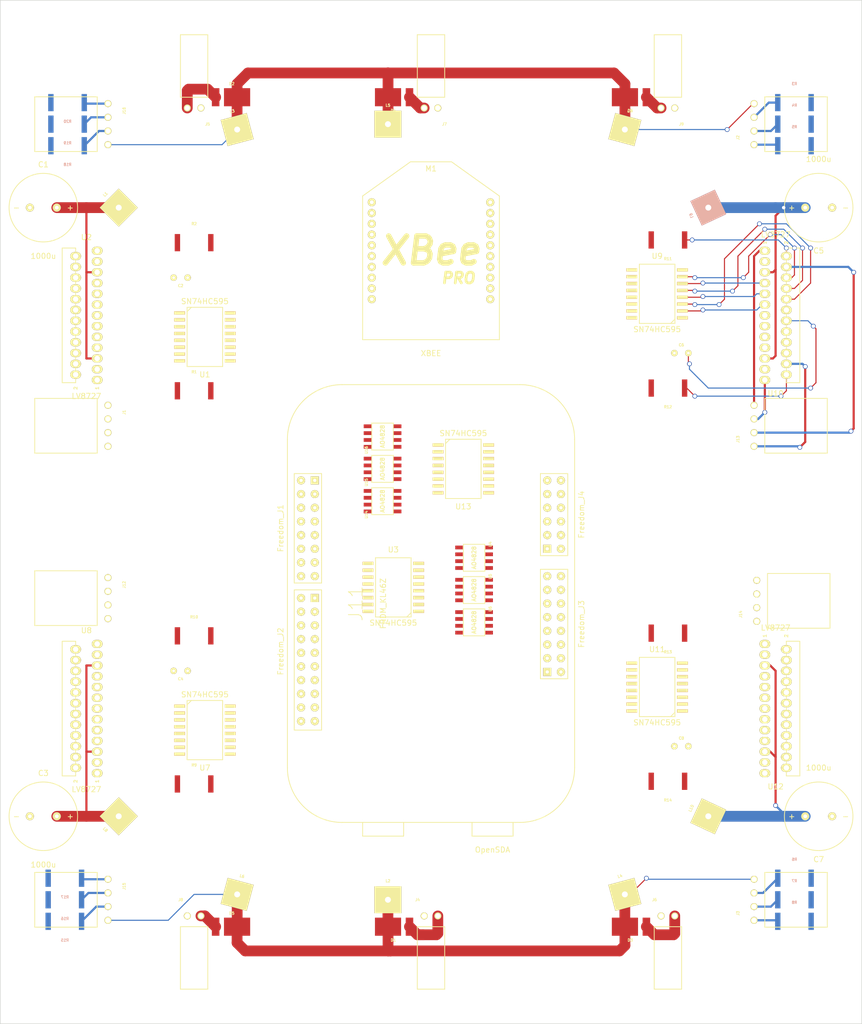
<source format=kicad_pcb>
(kicad_pcb (version 3) (host pcbnew "(2013-07-07 BZR 4022)-stable")

  (general
    (links 244)
    (no_connects 187)
    (area 127.949999 54.949999 288.050001 245.050001)
    (thickness 1.6)
    (drawings 4)
    (tracks 233)
    (zones 0)
    (modules 76)
    (nets 127)
  )

  (page A3)
  (layers
    (15 F.Cu signal)
    (0 B.Cu signal)
    (16 B.Adhes user)
    (17 F.Adhes user)
    (18 B.Paste user)
    (19 F.Paste user)
    (20 B.SilkS user)
    (21 F.SilkS user)
    (22 B.Mask user)
    (23 F.Mask user)
    (24 Dwgs.User user)
    (25 Cmts.User user)
    (26 Eco1.User user)
    (27 Eco2.User user)
    (28 Edge.Cuts user)
  )

  (setup
    (last_trace_width 0.2)
    (user_trace_width 0.1)
    (user_trace_width 0.2)
    (user_trace_width 0.4)
    (user_trace_width 2)
    (trace_clearance 0.254)
    (zone_clearance 0.508)
    (zone_45_only no)
    (trace_min 0.1)
    (segment_width 0.2)
    (edge_width 0.1)
    (via_size 0.889)
    (via_drill 0.635)
    (via_min_size 0.889)
    (via_min_drill 0.508)
    (uvia_size 0.508)
    (uvia_drill 0.127)
    (uvias_allowed no)
    (uvia_min_size 0.508)
    (uvia_min_drill 0.127)
    (pcb_text_width 0.3)
    (pcb_text_size 1.5 1.5)
    (mod_edge_width 0.15)
    (mod_text_size 1 1)
    (mod_text_width 0.15)
    (pad_size 1.5 1.5)
    (pad_drill 0.7)
    (pad_to_mask_clearance 0)
    (aux_axis_origin 0 0)
    (visible_elements 7FFFFFFF)
    (pcbplotparams
      (layerselection 3178497)
      (usegerberextensions true)
      (excludeedgelayer true)
      (linewidth 0.150000)
      (plotframeref false)
      (viasonmask false)
      (mode 1)
      (useauxorigin false)
      (hpglpennumber 1)
      (hpglpenspeed 20)
      (hpglpendiameter 15)
      (hpglpenoverlay 2)
      (psnegative false)
      (psa4output false)
      (plotreference true)
      (plotvalue true)
      (plotothertext true)
      (plotinvisibletext false)
      (padsonsilk false)
      (subtractmaskfromsilk false)
      (outputformat 1)
      (mirror false)
      (drillshape 1)
      (scaleselection 1)
      (outputdirectory ""))
  )

  (net 0 "")
  (net 1 +3.3V)
  (net 2 +8V)
  (net 3 /KL46Z_DUAL/L_OE_b)
  (net 4 /KL46Z_DUAL/L_SRCLR_b)
  (net 5 /KL46Z_DUAL/M0_STEP)
  (net 6 /KL46Z_DUAL/M1_STEP)
  (net 7 /KL46Z_DUAL/M2_STEP)
  (net 8 /KL46Z_DUAL/M3_STEP)
  (net 9 /KL46Z_DUAL/M_OE_b)
  (net 10 /KL46Z_DUAL/M_SRCLR_b)
  (net 11 /KL46Z_DUAL/M_VREF)
  (net 12 /KL46Z_DUAL/SCL)
  (net 13 /KL46Z_DUAL/SDATA)
  (net 14 /LED_DUAL_DRIVER0/CS)
  (net 15 /LED_DUAL_DRIVER1/SDIN)
  (net 16 /MOTOR0/CS)
  (net 17 /MOTOR0/FR)
  (net 18 /MOTOR1/FR)
  (net 19 /MOTOR1/SDIN)
  (net 20 /MOTOR2/FR)
  (net 21 /MOTOR2/SDIN)
  (net 22 /MOTOR3/FR)
  (net 23 /MOTOR3/SDIN)
  (net 24 /XBEE0/ON)
  (net 25 /XBEE0/RESET_b)
  (net 26 /XBEE0/RX)
  (net 27 /XBEE0/TX)
  (net 28 GND)
  (net 29 N-00000129)
  (net 30 N-00000130)
  (net 31 N-00000131)
  (net 32 N-00000136)
  (net 33 N-00000137)
  (net 34 N-00000138)
  (net 35 N-00000139)
  (net 36 N-00000140)
  (net 37 N-00000141)
  (net 38 N-00000142)
  (net 39 N-00000143)
  (net 40 N-00000144)
  (net 41 N-00000145)
  (net 42 N-00000146)
  (net 43 N-00000149)
  (net 44 N-00000150)
  (net 45 N-00000151)
  (net 46 N-00000156)
  (net 47 N-00000157)
  (net 48 N-00000158)
  (net 49 N-00000159)
  (net 50 N-00000160)
  (net 51 N-00000161)
  (net 52 N-00000162)
  (net 53 N-00000163)
  (net 54 N-00000164)
  (net 55 N-00000165)
  (net 56 N-00000166)
  (net 57 N-00000169)
  (net 58 N-00000170)
  (net 59 N-00000171)
  (net 60 N-00000176)
  (net 61 N-00000177)
  (net 62 N-00000178)
  (net 63 N-00000179)
  (net 64 N-00000180)
  (net 65 N-00000181)
  (net 66 N-00000182)
  (net 67 N-00000183)
  (net 68 N-00000184)
  (net 69 N-00000185)
  (net 70 N-00000186)
  (net 71 N-00000187)
  (net 72 N-00000188)
  (net 73 N-00000189)
  (net 74 N-00000190)
  (net 75 N-00000191)
  (net 76 N-00000192)
  (net 77 N-00000193)
  (net 78 N-00000194)
  (net 79 N-00000195)
  (net 80 N-00000196)
  (net 81 N-00000197)
  (net 82 N-00000198)
  (net 83 N-00000199)
  (net 84 N-00000200)
  (net 85 N-00000201)
  (net 86 N-00000202)
  (net 87 N-00000205)
  (net 88 N-00000206)
  (net 89 N-0000033)
  (net 90 N-0000034)
  (net 91 N-0000035)
  (net 92 N-0000040)
  (net 93 N-0000041)
  (net 94 N-0000042)
  (net 95 N-0000043)
  (net 96 N-0000044)
  (net 97 N-0000045)
  (net 98 N-0000046)
  (net 99 N-0000047)
  (net 100 N-0000048)
  (net 101 N-0000049)
  (net 102 N-0000050)
  (net 103 N-0000051)
  (net 104 N-0000052)
  (net 105 N-0000053)
  (net 106 N-0000054)
  (net 107 N-0000055)
  (net 108 N-0000056)
  (net 109 N-0000057)
  (net 110 N-0000058)
  (net 111 N-0000059)
  (net 112 N-0000060)
  (net 113 N-0000061)
  (net 114 N-0000062)
  (net 115 N-0000063)
  (net 116 N-0000064)
  (net 117 N-0000065)
  (net 118 N-0000066)
  (net 119 N-0000069)
  (net 120 N-0000070)
  (net 121 N-0000084)
  (net 122 N-0000085)
  (net 123 N-0000086)
  (net 124 N-0000087)
  (net 125 N-0000088)
  (net 126 N-0000089)

  (net_class Default "This is the default net class."
    (clearance 0.254)
    (trace_width 0.254)
    (via_dia 0.889)
    (via_drill 0.635)
    (uvia_dia 0.508)
    (uvia_drill 0.127)
    (add_net "")
    (add_net +3.3V)
    (add_net +8V)
    (add_net /KL46Z_DUAL/L_OE_b)
    (add_net /KL46Z_DUAL/L_SRCLR_b)
    (add_net /KL46Z_DUAL/M0_STEP)
    (add_net /KL46Z_DUAL/M1_STEP)
    (add_net /KL46Z_DUAL/M2_STEP)
    (add_net /KL46Z_DUAL/M3_STEP)
    (add_net /KL46Z_DUAL/M_OE_b)
    (add_net /KL46Z_DUAL/M_SRCLR_b)
    (add_net /KL46Z_DUAL/M_VREF)
    (add_net /KL46Z_DUAL/SCL)
    (add_net /KL46Z_DUAL/SDATA)
    (add_net /LED_DUAL_DRIVER0/CS)
    (add_net /LED_DUAL_DRIVER1/SDIN)
    (add_net /MOTOR0/CS)
    (add_net /MOTOR0/FR)
    (add_net /MOTOR1/FR)
    (add_net /MOTOR1/SDIN)
    (add_net /MOTOR2/FR)
    (add_net /MOTOR2/SDIN)
    (add_net /MOTOR3/FR)
    (add_net /MOTOR3/SDIN)
    (add_net /XBEE0/ON)
    (add_net /XBEE0/RESET_b)
    (add_net /XBEE0/RX)
    (add_net /XBEE0/TX)
    (add_net GND)
    (add_net N-00000129)
    (add_net N-00000130)
    (add_net N-00000131)
    (add_net N-00000136)
    (add_net N-00000137)
    (add_net N-00000138)
    (add_net N-00000139)
    (add_net N-00000140)
    (add_net N-00000141)
    (add_net N-00000142)
    (add_net N-00000143)
    (add_net N-00000144)
    (add_net N-00000145)
    (add_net N-00000146)
    (add_net N-00000149)
    (add_net N-00000150)
    (add_net N-00000151)
    (add_net N-00000156)
    (add_net N-00000157)
    (add_net N-00000158)
    (add_net N-00000159)
    (add_net N-00000160)
    (add_net N-00000161)
    (add_net N-00000162)
    (add_net N-00000163)
    (add_net N-00000164)
    (add_net N-00000165)
    (add_net N-00000166)
    (add_net N-00000169)
    (add_net N-00000170)
    (add_net N-00000171)
    (add_net N-00000176)
    (add_net N-00000177)
    (add_net N-00000178)
    (add_net N-00000179)
    (add_net N-00000180)
    (add_net N-00000181)
    (add_net N-00000182)
    (add_net N-00000183)
    (add_net N-00000184)
    (add_net N-00000185)
    (add_net N-00000186)
    (add_net N-00000187)
    (add_net N-00000188)
    (add_net N-00000189)
    (add_net N-00000190)
    (add_net N-00000191)
    (add_net N-00000192)
    (add_net N-00000193)
    (add_net N-00000194)
    (add_net N-00000195)
    (add_net N-00000196)
    (add_net N-00000197)
    (add_net N-00000198)
    (add_net N-00000199)
    (add_net N-00000200)
    (add_net N-00000201)
    (add_net N-00000202)
    (add_net N-00000205)
    (add_net N-00000206)
    (add_net N-0000033)
    (add_net N-0000034)
    (add_net N-0000035)
    (add_net N-0000040)
    (add_net N-0000041)
    (add_net N-0000042)
    (add_net N-0000043)
    (add_net N-0000044)
    (add_net N-0000045)
    (add_net N-0000046)
    (add_net N-0000047)
    (add_net N-0000048)
    (add_net N-0000049)
    (add_net N-0000050)
    (add_net N-0000051)
    (add_net N-0000052)
    (add_net N-0000053)
    (add_net N-0000054)
    (add_net N-0000055)
    (add_net N-0000056)
    (add_net N-0000057)
    (add_net N-0000058)
    (add_net N-0000059)
    (add_net N-0000060)
    (add_net N-0000061)
    (add_net N-0000062)
    (add_net N-0000063)
    (add_net N-0000064)
    (add_net N-0000065)
    (add_net N-0000066)
    (add_net N-0000069)
    (add_net N-0000070)
    (add_net N-0000084)
    (add_net N-0000085)
    (add_net N-0000086)
    (add_net N-0000087)
    (add_net N-0000088)
    (add_net N-0000089)
  )

  (module _RES (layer B.Cu) (tedit 53B8BF83) (tstamp 53C20DDE)
    (at 275.5 218 180)
    (descr "SMT capacitor, 1206")
    (path /5387F9D3/53880BEC)
    (fp_text reference R6 (at 0 3.5 180) (layer B.SilkS)
      (effects (font (size 0.50038 0.50038) (thickness 0.11938)) (justify mirror))
    )
    (fp_text value 300 (at 0 0 180) (layer B.SilkS) hide
      (effects (font (size 0.50038 0.50038) (thickness 0.11938)) (justify mirror))
    )
    (pad 1 smd rect (at -3.1 0 180) (size 1 3.2)
      (layers B.Cu B.Paste B.Mask)
      (net 120 N-0000070)
    )
    (pad 2 smd rect (at 3.1 0 180) (size 1 3.2)
      (layers B.Cu B.Paste B.Mask)
      (net 111 N-0000059)
    )
    (model smd/capacitors/c_1206.wrl
      (at (xyz 0 0 0))
      (scale (xyz 1 1 1))
      (rotate (xyz 0 0 0))
    )
  )

  (module _RES (layer F.Cu) (tedit 53B8BF83) (tstamp 53C20DE4)
    (at 252 127 180)
    (descr "SMT capacitor, 1206")
    (path /5393E24C/538A3F7A)
    (fp_text reference R12 (at 0 -3.5 180) (layer F.SilkS)
      (effects (font (size 0.50038 0.50038) (thickness 0.11938)))
    )
    (fp_text value 0.27 (at 0 0 180) (layer F.SilkS) hide
      (effects (font (size 0.50038 0.50038) (thickness 0.11938)))
    )
    (pad 1 smd rect (at -3.1 0 180) (size 1 3.2)
      (layers F.Cu F.Paste F.Mask)
      (net 49 N-00000159)
    )
    (pad 2 smd rect (at 3.1 0 180) (size 1 3.2)
      (layers F.Cu F.Paste F.Mask)
      (net 28 GND)
    )
    (model smd/capacitors/c_1206.wrl
      (at (xyz 0 0 0))
      (scale (xyz 1 1 1))
      (rotate (xyz 0 0 0))
    )
  )

  (module _RES (layer F.Cu) (tedit 53B8BF83) (tstamp 53C20DEA)
    (at 252 99.5 180)
    (descr "SMT capacitor, 1206")
    (path /5393E24C/538A3F87)
    (fp_text reference R11 (at 0 -3.5 180) (layer F.SilkS)
      (effects (font (size 0.50038 0.50038) (thickness 0.11938)))
    )
    (fp_text value 0.27 (at 0 0 180) (layer F.SilkS) hide
      (effects (font (size 0.50038 0.50038) (thickness 0.11938)))
    )
    (pad 1 smd rect (at -3.1 0 180) (size 1 3.2)
      (layers F.Cu F.Paste F.Mask)
      (net 51 N-00000161)
    )
    (pad 2 smd rect (at 3.1 0 180) (size 1 3.2)
      (layers F.Cu F.Paste F.Mask)
      (net 28 GND)
    )
    (model smd/capacitors/c_1206.wrl
      (at (xyz 0 0 0))
      (scale (xyz 1 1 1))
      (rotate (xyz 0 0 0))
    )
  )

  (module _RES (layer F.Cu) (tedit 53B8BF83) (tstamp 53C20DF0)
    (at 164 173)
    (descr "SMT capacitor, 1206")
    (path /5393B696/538A3F7A)
    (fp_text reference R10 (at 0 -3.5) (layer F.SilkS)
      (effects (font (size 0.50038 0.50038) (thickness 0.11938)))
    )
    (fp_text value 0.27 (at 0 0) (layer F.SilkS) hide
      (effects (font (size 0.50038 0.50038) (thickness 0.11938)))
    )
    (pad 1 smd rect (at -3.1 0) (size 1 3.2)
      (layers F.Cu F.Paste F.Mask)
      (net 36 N-00000140)
    )
    (pad 2 smd rect (at 3.1 0) (size 1 3.2)
      (layers F.Cu F.Paste F.Mask)
      (net 28 GND)
    )
    (model smd/capacitors/c_1206.wrl
      (at (xyz 0 0 0))
      (scale (xyz 1 1 1))
      (rotate (xyz 0 0 0))
    )
  )

  (module _RES (layer F.Cu) (tedit 53B8BF83) (tstamp 53C20DF6)
    (at 164 200.5)
    (descr "SMT capacitor, 1206")
    (path /5393B696/538A3F87)
    (fp_text reference R9 (at 0 -3.5) (layer F.SilkS)
      (effects (font (size 0.50038 0.50038) (thickness 0.11938)))
    )
    (fp_text value 0.27 (at 0 0) (layer F.SilkS) hide
      (effects (font (size 0.50038 0.50038) (thickness 0.11938)))
    )
    (pad 1 smd rect (at -3.1 0) (size 1 3.2)
      (layers F.Cu F.Paste F.Mask)
      (net 38 N-00000142)
    )
    (pad 2 smd rect (at 3.1 0) (size 1 3.2)
      (layers F.Cu F.Paste F.Mask)
      (net 28 GND)
    )
    (model smd/capacitors/c_1206.wrl
      (at (xyz 0 0 0))
      (scale (xyz 1 1 1))
      (rotate (xyz 0 0 0))
    )
  )

  (module _RES (layer F.Cu) (tedit 53B8BF83) (tstamp 53C20DFC)
    (at 252 200 180)
    (descr "SMT capacitor, 1206")
    (path /5393E5B4/538A3F7A)
    (fp_text reference R14 (at 0 -3.5 180) (layer F.SilkS)
      (effects (font (size 0.50038 0.50038) (thickness 0.11938)))
    )
    (fp_text value 0.27 (at 0 0 180) (layer F.SilkS) hide
      (effects (font (size 0.50038 0.50038) (thickness 0.11938)))
    )
    (pad 1 smd rect (at -3.1 0 180) (size 1 3.2)
      (layers F.Cu F.Paste F.Mask)
      (net 63 N-00000179)
    )
    (pad 2 smd rect (at 3.1 0 180) (size 1 3.2)
      (layers F.Cu F.Paste F.Mask)
      (net 28 GND)
    )
    (model smd/capacitors/c_1206.wrl
      (at (xyz 0 0 0))
      (scale (xyz 1 1 1))
      (rotate (xyz 0 0 0))
    )
  )

  (module _RES (layer F.Cu) (tedit 53B8BF83) (tstamp 53D536B6)
    (at 252 172.5 180)
    (descr "SMT capacitor, 1206")
    (path /5393E5B4/538A3F87)
    (fp_text reference R13 (at 0 -3.5 180) (layer F.SilkS)
      (effects (font (size 0.50038 0.50038) (thickness 0.11938)))
    )
    (fp_text value 0.27 (at 0 0 180) (layer F.SilkS) hide
      (effects (font (size 0.50038 0.50038) (thickness 0.11938)))
    )
    (pad 1 smd rect (at -3.1 0 180) (size 1 3.2)
      (layers F.Cu F.Paste F.Mask)
      (net 65 N-00000181)
    )
    (pad 2 smd rect (at 3.1 0 180) (size 1 3.2)
      (layers F.Cu F.Paste F.Mask)
      (net 28 GND)
    )
    (model smd/capacitors/c_1206.wrl
      (at (xyz 0 0 0))
      (scale (xyz 1 1 1))
      (rotate (xyz 0 0 0))
    )
  )

  (module _RES (layer B.Cu) (tedit 53B8BF83) (tstamp 53C20E08)
    (at 275.5 226 180)
    (descr "SMT capacitor, 1206")
    (path /5387F9D3/53880BF8)
    (fp_text reference R8 (at 0 3.5 180) (layer B.SilkS)
      (effects (font (size 0.50038 0.50038) (thickness 0.11938)) (justify mirror))
    )
    (fp_text value 249 (at 0 0 180) (layer B.SilkS) hide
      (effects (font (size 0.50038 0.50038) (thickness 0.11938)) (justify mirror))
    )
    (pad 1 smd rect (at -3.1 0 180) (size 1 3.2)
      (layers B.Cu B.Paste B.Mask)
      (net 106 N-0000054)
    )
    (pad 2 smd rect (at 3.1 0 180) (size 1 3.2)
      (layers B.Cu B.Paste B.Mask)
      (net 112 N-0000060)
    )
    (model smd/capacitors/c_1206.wrl
      (at (xyz 0 0 0))
      (scale (xyz 1 1 1))
      (rotate (xyz 0 0 0))
    )
  )

  (module _RES (layer B.Cu) (tedit 53B8BF83) (tstamp 53C20E0E)
    (at 275.5 222 180)
    (descr "SMT capacitor, 1206")
    (path /5387F9D3/53880BF2)
    (fp_text reference R7 (at 0 3.5 180) (layer B.SilkS)
      (effects (font (size 0.50038 0.50038) (thickness 0.11938)) (justify mirror))
    )
    (fp_text value 249 (at 0 0 180) (layer B.SilkS) hide
      (effects (font (size 0.50038 0.50038) (thickness 0.11938)) (justify mirror))
    )
    (pad 1 smd rect (at -3.1 0 180) (size 1 3.2)
      (layers B.Cu B.Paste B.Mask)
      (net 103 N-0000051)
    )
    (pad 2 smd rect (at 3.1 0 180) (size 1 3.2)
      (layers B.Cu B.Paste B.Mask)
      (net 107 N-0000055)
    )
    (model smd/capacitors/c_1206.wrl
      (at (xyz 0 0 0))
      (scale (xyz 1 1 1))
      (rotate (xyz 0 0 0))
    )
  )

  (module _RES (layer B.Cu) (tedit 53B8BF83) (tstamp 53C20E14)
    (at 140 226)
    (descr "SMT capacitor, 1206")
    (path /539441D7/53880A79)
    (fp_text reference R15 (at 0 3.5) (layer B.SilkS)
      (effects (font (size 0.50038 0.50038) (thickness 0.11938)) (justify mirror))
    )
    (fp_text value 300 (at 0 0) (layer B.SilkS) hide
      (effects (font (size 0.50038 0.50038) (thickness 0.11938)) (justify mirror))
    )
    (pad 1 smd rect (at -3.1 0) (size 1 3.2)
      (layers B.Cu B.Paste B.Mask)
      (net 71 N-00000187)
    )
    (pad 2 smd rect (at 3.1 0) (size 1 3.2)
      (layers B.Cu B.Paste B.Mask)
      (net 75 N-00000191)
    )
    (model smd/capacitors/c_1206.wrl
      (at (xyz 0 0 0))
      (scale (xyz 1 1 1))
      (rotate (xyz 0 0 0))
    )
  )

  (module _RES (layer B.Cu) (tedit 53B8BF83) (tstamp 53C20E1A)
    (at 275.5 82 180)
    (descr "SMT capacitor, 1206")
    (path /5387F9D3/53880A85)
    (fp_text reference R5 (at 0 3.5 180) (layer B.SilkS)
      (effects (font (size 0.50038 0.50038) (thickness 0.11938)) (justify mirror))
    )
    (fp_text value 249 (at 0 0 180) (layer B.SilkS) hide
      (effects (font (size 0.50038 0.50038) (thickness 0.11938)) (justify mirror))
    )
    (pad 1 smd rect (at -3.1 0 180) (size 1 3.2)
      (layers B.Cu B.Paste B.Mask)
      (net 119 N-0000069)
    )
    (pad 2 smd rect (at 3.1 0 180) (size 1 3.2)
      (layers B.Cu B.Paste B.Mask)
      (net 110 N-0000058)
    )
    (model smd/capacitors/c_1206.wrl
      (at (xyz 0 0 0))
      (scale (xyz 1 1 1))
      (rotate (xyz 0 0 0))
    )
  )

  (module _RES (layer B.Cu) (tedit 53B8BF83) (tstamp 53CAABC5)
    (at 275.5 74 180)
    (descr "SMT capacitor, 1206")
    (path /5387F9D3/53880A79)
    (fp_text reference R3 (at 0 3.5 180) (layer B.SilkS)
      (effects (font (size 0.50038 0.50038) (thickness 0.11938)) (justify mirror))
    )
    (fp_text value 300 (at 0 0 180) (layer B.SilkS) hide
      (effects (font (size 0.50038 0.50038) (thickness 0.11938)) (justify mirror))
    )
    (pad 1 smd rect (at -3.1 0 180) (size 1 3.2)
      (layers B.Cu B.Paste B.Mask)
      (net 104 N-0000052)
    )
    (pad 2 smd rect (at 3.1 0 180) (size 1 3.2)
      (layers B.Cu B.Paste B.Mask)
      (net 108 N-0000056)
    )
    (model smd/capacitors/c_1206.wrl
      (at (xyz 0 0 0))
      (scale (xyz 1 1 1))
      (rotate (xyz 0 0 0))
    )
  )

  (module _RES (layer B.Cu) (tedit 53B8BF83) (tstamp 53C20E26)
    (at 140 222)
    (descr "SMT capacitor, 1206")
    (path /539441D7/53880A7F)
    (fp_text reference R16 (at 0 3.5) (layer B.SilkS)
      (effects (font (size 0.50038 0.50038) (thickness 0.11938)) (justify mirror))
    )
    (fp_text value 249 (at 0 0) (layer B.SilkS) hide
      (effects (font (size 0.50038 0.50038) (thickness 0.11938)) (justify mirror))
    )
    (pad 1 smd rect (at -3.1 0) (size 1 3.2)
      (layers B.Cu B.Paste B.Mask)
      (net 72 N-00000188)
    )
    (pad 2 smd rect (at 3.1 0) (size 1 3.2)
      (layers B.Cu B.Paste B.Mask)
      (net 76 N-00000192)
    )
    (model smd/capacitors/c_1206.wrl
      (at (xyz 0 0 0))
      (scale (xyz 1 1 1))
      (rotate (xyz 0 0 0))
    )
  )

  (module _RES (layer F.Cu) (tedit 53B8BF83) (tstamp 53C20E2C)
    (at 164 100)
    (descr "SMT capacitor, 1206")
    (path /5387F799/538A3F7A)
    (fp_text reference R2 (at 0 -3.5) (layer F.SilkS)
      (effects (font (size 0.50038 0.50038) (thickness 0.11938)))
    )
    (fp_text value 0.27 (at 0 0) (layer F.SilkS) hide
      (effects (font (size 0.50038 0.50038) (thickness 0.11938)))
    )
    (pad 1 smd rect (at -3.1 0) (size 1 3.2)
      (layers F.Cu F.Paste F.Mask)
      (net 95 N-0000043)
    )
    (pad 2 smd rect (at 3.1 0) (size 1 3.2)
      (layers F.Cu F.Paste F.Mask)
      (net 28 GND)
    )
    (model smd/capacitors/c_1206.wrl
      (at (xyz 0 0 0))
      (scale (xyz 1 1 1))
      (rotate (xyz 0 0 0))
    )
  )

  (module _RES (layer F.Cu) (tedit 53B8BF83) (tstamp 53C20E32)
    (at 164 127.5)
    (descr "SMT capacitor, 1206")
    (path /5387F799/538A3F87)
    (fp_text reference R1 (at 0 -3.5) (layer F.SilkS)
      (effects (font (size 0.50038 0.50038) (thickness 0.11938)))
    )
    (fp_text value 0.27 (at 0 0) (layer F.SilkS) hide
      (effects (font (size 0.50038 0.50038) (thickness 0.11938)))
    )
    (pad 1 smd rect (at -3.1 0) (size 1 3.2)
      (layers F.Cu F.Paste F.Mask)
      (net 97 N-0000045)
    )
    (pad 2 smd rect (at 3.1 0) (size 1 3.2)
      (layers F.Cu F.Paste F.Mask)
      (net 28 GND)
    )
    (model smd/capacitors/c_1206.wrl
      (at (xyz 0 0 0))
      (scale (xyz 1 1 1))
      (rotate (xyz 0 0 0))
    )
  )

  (module _RES (layer B.Cu) (tedit 53B8BF83) (tstamp 53C20E38)
    (at 140 218)
    (descr "SMT capacitor, 1206")
    (path /539441D7/53880A85)
    (fp_text reference R17 (at 0 3.5) (layer B.SilkS)
      (effects (font (size 0.50038 0.50038) (thickness 0.11938)) (justify mirror))
    )
    (fp_text value 249 (at 0 0) (layer B.SilkS) hide
      (effects (font (size 0.50038 0.50038) (thickness 0.11938)) (justify mirror))
    )
    (pad 1 smd rect (at -3.1 0) (size 1 3.2)
      (layers B.Cu B.Paste B.Mask)
      (net 87 N-00000205)
    )
    (pad 2 smd rect (at 3.1 0) (size 1 3.2)
      (layers B.Cu B.Paste B.Mask)
      (net 77 N-00000193)
    )
    (model smd/capacitors/c_1206.wrl
      (at (xyz 0 0 0))
      (scale (xyz 1 1 1))
      (rotate (xyz 0 0 0))
    )
  )

  (module _RES (layer B.Cu) (tedit 53B8BF83) (tstamp 53C20E3E)
    (at 140.5 74)
    (descr "SMT capacitor, 1206")
    (path /539441D7/53880BF8)
    (fp_text reference R20 (at 0 3.5) (layer B.SilkS)
      (effects (font (size 0.50038 0.50038) (thickness 0.11938)) (justify mirror))
    )
    (fp_text value 249 (at 0 0) (layer B.SilkS) hide
      (effects (font (size 0.50038 0.50038) (thickness 0.11938)) (justify mirror))
    )
    (pad 1 smd rect (at -3.1 0) (size 1 3.2)
      (layers B.Cu B.Paste B.Mask)
      (net 74 N-00000190)
    )
    (pad 2 smd rect (at 3.1 0) (size 1 3.2)
      (layers B.Cu B.Paste B.Mask)
      (net 80 N-00000196)
    )
    (model smd/capacitors/c_1206.wrl
      (at (xyz 0 0 0))
      (scale (xyz 1 1 1))
      (rotate (xyz 0 0 0))
    )
  )

  (module _RES (layer B.Cu) (tedit 53B8BF83) (tstamp 53C20E44)
    (at 140.5 78)
    (descr "SMT capacitor, 1206")
    (path /539441D7/53880BF2)
    (fp_text reference R19 (at 0 3.5) (layer B.SilkS)
      (effects (font (size 0.50038 0.50038) (thickness 0.11938)) (justify mirror))
    )
    (fp_text value 249 (at 0 0) (layer B.SilkS) hide
      (effects (font (size 0.50038 0.50038) (thickness 0.11938)) (justify mirror))
    )
    (pad 1 smd rect (at -3.1 0) (size 1 3.2)
      (layers B.Cu B.Paste B.Mask)
      (net 73 N-00000189)
    )
    (pad 2 smd rect (at 3.1 0) (size 1 3.2)
      (layers B.Cu B.Paste B.Mask)
      (net 79 N-00000195)
    )
    (model smd/capacitors/c_1206.wrl
      (at (xyz 0 0 0))
      (scale (xyz 1 1 1))
      (rotate (xyz 0 0 0))
    )
  )

  (module _RES (layer B.Cu) (tedit 53B8BF83) (tstamp 53C20E4A)
    (at 140.5 82)
    (descr "SMT capacitor, 1206")
    (path /539441D7/53880BEC)
    (fp_text reference R18 (at 0 3.5) (layer B.SilkS)
      (effects (font (size 0.50038 0.50038) (thickness 0.11938)) (justify mirror))
    )
    (fp_text value 300 (at 0 0) (layer B.SilkS) hide
      (effects (font (size 0.50038 0.50038) (thickness 0.11938)) (justify mirror))
    )
    (pad 1 smd rect (at -3.1 0) (size 1 3.2)
      (layers B.Cu B.Paste B.Mask)
      (net 88 N-00000206)
    )
    (pad 2 smd rect (at 3.1 0) (size 1 3.2)
      (layers B.Cu B.Paste B.Mask)
      (net 78 N-00000194)
    )
    (model smd/capacitors/c_1206.wrl
      (at (xyz 0 0 0))
      (scale (xyz 1 1 1))
      (rotate (xyz 0 0 0))
    )
  )

  (module _RES (layer B.Cu) (tedit 53B8BF83) (tstamp 53C20E50)
    (at 275.5 78 180)
    (descr "SMT capacitor, 1206")
    (path /5387F9D3/53880A7F)
    (fp_text reference R4 (at 0 3.5 180) (layer B.SilkS)
      (effects (font (size 0.50038 0.50038) (thickness 0.11938)) (justify mirror))
    )
    (fp_text value 249 (at 0 0 180) (layer B.SilkS) hide
      (effects (font (size 0.50038 0.50038) (thickness 0.11938)) (justify mirror))
    )
    (pad 1 smd rect (at -3.1 0 180) (size 1 3.2)
      (layers B.Cu B.Paste B.Mask)
      (net 105 N-0000053)
    )
    (pad 2 smd rect (at 3.1 0 180) (size 1 3.2)
      (layers B.Cu B.Paste B.Mask)
      (net 109 N-0000057)
    )
    (model smd/capacitors/c_1206.wrl
      (at (xyz 0 0 0))
      (scale (xyz 1 1 1))
      (rotate (xyz 0 0 0))
    )
  )

  (module __XBeePro (layer F.Cu) (tedit 53CAFB5D) (tstamp 53C20E70)
    (at 208 101.5)
    (path /5387FD7B/538988F6)
    (fp_text reference M1 (at 0 -15.24) (layer F.SilkS)
      (effects (font (size 1 1) (thickness 0.15)))
    )
    (fp_text value XBEE (at 0 19.05) (layer F.SilkS)
      (effects (font (size 1 1) (thickness 0.15)))
    )
    (fp_text user PRO (at 5.08 5.08) (layer F.SilkS)
      (effects (font (size 2 2) (thickness 0.5) italic))
    )
    (fp_text user XBee (at 0 0) (layer F.SilkS)
      (effects (font (size 5 5) (thickness 1) italic))
    )
    (fp_line (start 3.81 -16.51) (end -3.81 -16.51) (layer F.SilkS) (width 0.15))
    (fp_line (start 12.7 -10.16) (end 3.81 -16.51) (layer F.SilkS) (width 0.15))
    (fp_line (start -12.7 -10.16) (end -3.81 -16.51) (layer F.SilkS) (width 0.15))
    (fp_line (start -12.7 16.51) (end -12.7 -10.16) (layer F.SilkS) (width 0.15))
    (fp_line (start 12.7 16.51) (end -12.7 16.51) (layer F.SilkS) (width 0.15))
    (fp_line (start 12.7 -10.16) (end 12.7 16.51) (layer F.SilkS) (width 0.15))
    (pad 1 thru_hole circle (at -11 -9) (size 1.5 1.5) (drill 0.7)
      (layers *.Cu *.Mask F.SilkS)
      (net 1 +3.3V)
    )
    (pad 2 thru_hole circle (at -11 -7) (size 1.5 1.5) (drill 0.7)
      (layers *.Cu *.Mask F.SilkS)
      (net 26 /XBEE0/RX)
    )
    (pad 3 thru_hole circle (at -11 -5) (size 1.5 1.5) (drill 0.7)
      (layers *.Cu *.Mask F.SilkS)
      (net 27 /XBEE0/TX)
    )
    (pad 4 thru_hole circle (at -11 -3) (size 1.5 1.5) (drill 0.7)
      (layers *.Cu *.Mask F.SilkS)
    )
    (pad 5 thru_hole circle (at -11 -1) (size 1.5 1.5) (drill 0.7)
      (layers *.Cu *.Mask F.SilkS)
      (net 25 /XBEE0/RESET_b)
    )
    (pad 6 thru_hole circle (at -11 1) (size 1.5 1.5) (drill 0.7)
      (layers *.Cu *.Mask F.SilkS)
    )
    (pad 7 thru_hole circle (at -11 3) (size 1.5 1.5) (drill 0.7)
      (layers *.Cu *.Mask F.SilkS)
    )
    (pad 8 thru_hole circle (at -11 5) (size 1.5 1.5) (drill 0.7)
      (layers *.Cu *.Mask F.SilkS)
    )
    (pad 9 thru_hole circle (at -11 7) (size 1.5 1.5) (drill 0.7)
      (layers *.Cu *.Mask F.SilkS)
    )
    (pad 10 thru_hole circle (at -11 9) (size 1.5 1.5) (drill 0.7)
      (layers *.Cu *.Mask F.SilkS)
      (net 28 GND)
    )
    (pad 11 thru_hole circle (at 11 9) (size 1.5 1.5) (drill 0.7)
      (layers *.Cu *.Mask F.SilkS)
    )
    (pad 12 thru_hole circle (at 11 7) (size 1.5 1.5) (drill 0.7)
      (layers *.Cu *.Mask F.SilkS)
    )
    (pad 13 thru_hole circle (at 11 5) (size 1.5 1.5) (drill 0.7)
      (layers *.Cu *.Mask F.SilkS)
      (net 24 /XBEE0/ON)
    )
    (pad 14 thru_hole circle (at 11 3) (size 1.5 1.5) (drill 0.7)
      (layers *.Cu *.Mask F.SilkS)
      (net 1 +3.3V)
    )
    (pad 15 thru_hole circle (at 11 1) (size 1.5 1.5) (drill 0.7)
      (layers *.Cu *.Mask F.SilkS)
    )
    (pad 16 thru_hole circle (at 11 -1) (size 1.5 1.5) (drill 0.7)
      (layers *.Cu *.Mask F.SilkS)
    )
    (pad 17 thru_hole circle (at 11 -3) (size 1.5 1.5) (drill 0.7)
      (layers *.Cu *.Mask F.SilkS)
    )
    (pad 18 thru_hole circle (at 11 -5) (size 1.5 1.5) (drill 0.7)
      (layers *.Cu *.Mask F.SilkS)
    )
    (pad 19 thru_hole circle (at 11 -7) (size 1.5 1.5) (drill 0.7)
      (layers *.Cu *.Mask F.SilkS)
    )
    (pad 20 thru_hole circle (at 11 -9) (size 1.5 1.5) (drill 0.7)
      (layers *.Cu *.Mask F.SilkS)
    )
  )

  (module __SN74HC595 (layer F.Cu) (tedit 53C1A018) (tstamp 53C20E89)
    (at 166 190.5 270)
    (path /5393B696/53880692)
    (fp_text reference U7 (at 7 0 360) (layer F.SilkS)
      (effects (font (size 1 1) (thickness 0.15)))
    )
    (fp_text value SN74HC595 (at -6.6 0 360) (layer F.SilkS)
      (effects (font (size 1 1) (thickness 0.15)))
    )
    (fp_line (start -5.5 2.5) (end -4.7 3.3) (layer F.SilkS) (width 0.15))
    (fp_line (start -5.5 -3.3) (end 5.5 -3.3) (layer F.SilkS) (width 0.15))
    (fp_line (start 5.5 -3.3) (end 5.5 3.3) (layer F.SilkS) (width 0.15))
    (fp_line (start 5.5 3.3) (end -5.5 3.3) (layer F.SilkS) (width 0.15))
    (fp_line (start -5.5 3.3) (end -5.5 -3.3) (layer F.SilkS) (width 0.15))
    (pad 1 smd rect (at -4.445 4.7 270) (size 0.6 2)
      (layers F.Cu F.Paste F.SilkS F.Mask)
    )
    (pad 2 smd rect (at -3.175 4.7 270) (size 0.6 2)
      (layers F.Cu F.Paste F.SilkS F.Mask)
      (net 42 N-00000146)
    )
    (pad 3 smd rect (at -1.905 4.7 270) (size 0.6 2)
      (layers F.Cu F.Paste F.SilkS F.Mask)
      (net 37 N-00000141)
    )
    (pad 4 smd rect (at -0.635 4.7 270) (size 0.6 2)
      (layers F.Cu F.Paste F.SilkS F.Mask)
      (net 41 N-00000145)
    )
    (pad 5 smd rect (at 0.635 4.7 270) (size 0.6 2)
      (layers F.Cu F.Paste F.SilkS F.Mask)
      (net 40 N-00000144)
    )
    (pad 6 smd rect (at 1.905 4.7 270) (size 0.6 2)
      (layers F.Cu F.Paste F.SilkS F.Mask)
      (net 39 N-00000143)
    )
    (pad 7 smd rect (at 3.175 4.7 270) (size 0.6 2)
      (layers F.Cu F.Paste F.SilkS F.Mask)
      (net 33 N-00000137)
    )
    (pad 8 smd rect (at 4.445 4.7 270) (size 0.6 2)
      (layers F.Cu F.Paste F.SilkS F.Mask)
      (net 28 GND)
    )
    (pad 9 smd rect (at 4.445 -4.7 270) (size 0.6 2)
      (layers F.Cu F.Paste F.SilkS F.Mask)
      (net 21 /MOTOR2/SDIN)
    )
    (pad 10 smd rect (at 3.175 -4.7 270) (size 0.6 2)
      (layers F.Cu F.Paste F.SilkS F.Mask)
      (net 10 /KL46Z_DUAL/M_SRCLR_b)
    )
    (pad 11 smd rect (at 1.905 -4.7 270) (size 0.6 2)
      (layers F.Cu F.Paste F.SilkS F.Mask)
      (net 12 /KL46Z_DUAL/SCL)
    )
    (pad 12 smd rect (at 0.635 -4.7 270) (size 0.6 2)
      (layers F.Cu F.Paste F.SilkS F.Mask)
      (net 16 /MOTOR0/CS)
    )
    (pad 13 smd rect (at -0.635 -4.7 270) (size 0.6 2)
      (layers F.Cu F.Paste F.SilkS F.Mask)
      (net 9 /KL46Z_DUAL/M_OE_b)
    )
    (pad 14 smd rect (at -1.905 -4.7 270) (size 0.6 2)
      (layers F.Cu F.Paste F.SilkS F.Mask)
      (net 19 /MOTOR1/SDIN)
    )
    (pad 15 smd rect (at -3.175 -4.7 270) (size 0.6 2)
      (layers F.Cu F.Paste F.SilkS F.Mask)
    )
    (pad 16 smd rect (at -4.445 -4.7 270) (size 0.6 2)
      (layers F.Cu F.Paste F.SilkS F.Mask)
      (net 1 +3.3V)
    )
  )

  (module __SN74HC595 (layer F.Cu) (tedit 53C1A018) (tstamp 53C20EA2)
    (at 214 142 270)
    (path /539441D7/53880946)
    (fp_text reference U13 (at 7 0 360) (layer F.SilkS)
      (effects (font (size 1 1) (thickness 0.15)))
    )
    (fp_text value SN74HC595 (at -6.6 0 360) (layer F.SilkS)
      (effects (font (size 1 1) (thickness 0.15)))
    )
    (fp_line (start -5.5 2.5) (end -4.7 3.3) (layer F.SilkS) (width 0.15))
    (fp_line (start -5.5 -3.3) (end 5.5 -3.3) (layer F.SilkS) (width 0.15))
    (fp_line (start 5.5 -3.3) (end 5.5 3.3) (layer F.SilkS) (width 0.15))
    (fp_line (start 5.5 3.3) (end -5.5 3.3) (layer F.SilkS) (width 0.15))
    (fp_line (start -5.5 3.3) (end -5.5 -3.3) (layer F.SilkS) (width 0.15))
    (pad 1 smd rect (at -4.445 4.7 270) (size 0.6 2)
      (layers F.Cu F.Paste F.SilkS F.Mask)
    )
    (pad 2 smd rect (at -3.175 4.7 270) (size 0.6 2)
      (layers F.Cu F.Paste F.SilkS F.Mask)
      (net 81 N-00000197)
    )
    (pad 3 smd rect (at -1.905 4.7 270) (size 0.6 2)
      (layers F.Cu F.Paste F.SilkS F.Mask)
      (net 82 N-00000198)
    )
    (pad 4 smd rect (at -0.635 4.7 270) (size 0.6 2)
      (layers F.Cu F.Paste F.SilkS F.Mask)
      (net 83 N-00000199)
    )
    (pad 5 smd rect (at 0.635 4.7 270) (size 0.6 2)
      (layers F.Cu F.Paste F.SilkS F.Mask)
      (net 86 N-00000202)
    )
    (pad 6 smd rect (at 1.905 4.7 270) (size 0.6 2)
      (layers F.Cu F.Paste F.SilkS F.Mask)
      (net 85 N-00000201)
    )
    (pad 7 smd rect (at 3.175 4.7 270) (size 0.6 2)
      (layers F.Cu F.Paste F.SilkS F.Mask)
      (net 84 N-00000200)
    )
    (pad 8 smd rect (at 4.445 4.7 270) (size 0.6 2)
      (layers F.Cu F.Paste F.SilkS F.Mask)
      (net 28 GND)
    )
    (pad 9 smd rect (at 4.445 -4.7 270) (size 0.6 2)
      (layers F.Cu F.Paste F.SilkS F.Mask)
      (net 15 /LED_DUAL_DRIVER1/SDIN)
    )
    (pad 10 smd rect (at 3.175 -4.7 270) (size 0.6 2)
      (layers F.Cu F.Paste F.SilkS F.Mask)
      (net 4 /KL46Z_DUAL/L_SRCLR_b)
    )
    (pad 11 smd rect (at 1.905 -4.7 270) (size 0.6 2)
      (layers F.Cu F.Paste F.SilkS F.Mask)
      (net 12 /KL46Z_DUAL/SCL)
    )
    (pad 12 smd rect (at 0.635 -4.7 270) (size 0.6 2)
      (layers F.Cu F.Paste F.SilkS F.Mask)
      (net 14 /LED_DUAL_DRIVER0/CS)
    )
    (pad 13 smd rect (at -0.635 -4.7 270) (size 0.6 2)
      (layers F.Cu F.Paste F.SilkS F.Mask)
      (net 3 /KL46Z_DUAL/L_OE_b)
    )
    (pad 14 smd rect (at -1.905 -4.7 270) (size 0.6 2)
      (layers F.Cu F.Paste F.SilkS F.Mask)
      (net 13 /KL46Z_DUAL/SDATA)
    )
    (pad 15 smd rect (at -3.175 -4.7 270) (size 0.6 2)
      (layers F.Cu F.Paste F.SilkS F.Mask)
    )
    (pad 16 smd rect (at -4.445 -4.7 270) (size 0.6 2)
      (layers F.Cu F.Paste F.SilkS F.Mask)
      (net 1 +3.3V)
    )
  )

  (module __SN74HC595 (layer F.Cu) (tedit 53C1A018) (tstamp 53C20EBB)
    (at 250 182.5 90)
    (path /5393E5B4/53880692)
    (fp_text reference U11 (at 7 0 180) (layer F.SilkS)
      (effects (font (size 1 1) (thickness 0.15)))
    )
    (fp_text value SN74HC595 (at -6.6 0 180) (layer F.SilkS)
      (effects (font (size 1 1) (thickness 0.15)))
    )
    (fp_line (start -5.5 2.5) (end -4.7 3.3) (layer F.SilkS) (width 0.15))
    (fp_line (start -5.5 -3.3) (end 5.5 -3.3) (layer F.SilkS) (width 0.15))
    (fp_line (start 5.5 -3.3) (end 5.5 3.3) (layer F.SilkS) (width 0.15))
    (fp_line (start 5.5 3.3) (end -5.5 3.3) (layer F.SilkS) (width 0.15))
    (fp_line (start -5.5 3.3) (end -5.5 -3.3) (layer F.SilkS) (width 0.15))
    (pad 1 smd rect (at -4.445 4.7 90) (size 0.6 2)
      (layers F.Cu F.Paste F.SilkS F.Mask)
    )
    (pad 2 smd rect (at -3.175 4.7 90) (size 0.6 2)
      (layers F.Cu F.Paste F.SilkS F.Mask)
      (net 69 N-00000185)
    )
    (pad 3 smd rect (at -1.905 4.7 90) (size 0.6 2)
      (layers F.Cu F.Paste F.SilkS F.Mask)
      (net 68 N-00000184)
    )
    (pad 4 smd rect (at -0.635 4.7 90) (size 0.6 2)
      (layers F.Cu F.Paste F.SilkS F.Mask)
      (net 67 N-00000183)
    )
    (pad 5 smd rect (at 0.635 4.7 90) (size 0.6 2)
      (layers F.Cu F.Paste F.SilkS F.Mask)
      (net 64 N-00000180)
    )
    (pad 6 smd rect (at 1.905 4.7 90) (size 0.6 2)
      (layers F.Cu F.Paste F.SilkS F.Mask)
      (net 66 N-00000182)
    )
    (pad 7 smd rect (at 3.175 4.7 90) (size 0.6 2)
      (layers F.Cu F.Paste F.SilkS F.Mask)
      (net 60 N-00000176)
    )
    (pad 8 smd rect (at 4.445 4.7 90) (size 0.6 2)
      (layers F.Cu F.Paste F.SilkS F.Mask)
      (net 28 GND)
    )
    (pad 9 smd rect (at 4.445 -4.7 90) (size 0.6 2)
      (layers F.Cu F.Paste F.SilkS F.Mask)
    )
    (pad 10 smd rect (at 3.175 -4.7 90) (size 0.6 2)
      (layers F.Cu F.Paste F.SilkS F.Mask)
      (net 10 /KL46Z_DUAL/M_SRCLR_b)
    )
    (pad 11 smd rect (at 1.905 -4.7 90) (size 0.6 2)
      (layers F.Cu F.Paste F.SilkS F.Mask)
      (net 12 /KL46Z_DUAL/SCL)
    )
    (pad 12 smd rect (at 0.635 -4.7 90) (size 0.6 2)
      (layers F.Cu F.Paste F.SilkS F.Mask)
      (net 16 /MOTOR0/CS)
    )
    (pad 13 smd rect (at -0.635 -4.7 90) (size 0.6 2)
      (layers F.Cu F.Paste F.SilkS F.Mask)
      (net 9 /KL46Z_DUAL/M_OE_b)
    )
    (pad 14 smd rect (at -1.905 -4.7 90) (size 0.6 2)
      (layers F.Cu F.Paste F.SilkS F.Mask)
      (net 23 /MOTOR3/SDIN)
    )
    (pad 15 smd rect (at -3.175 -4.7 90) (size 0.6 2)
      (layers F.Cu F.Paste F.SilkS F.Mask)
    )
    (pad 16 smd rect (at -4.445 -4.7 90) (size 0.6 2)
      (layers F.Cu F.Paste F.SilkS F.Mask)
      (net 1 +3.3V)
    )
  )

  (module __SN74HC595 (layer F.Cu) (tedit 53C1A018) (tstamp 53C20ED4)
    (at 201 164 90)
    (path /5387F9D3/53880946)
    (fp_text reference U3 (at 7 0 180) (layer F.SilkS)
      (effects (font (size 1 1) (thickness 0.15)))
    )
    (fp_text value SN74HC595 (at -6.6 0 180) (layer F.SilkS)
      (effects (font (size 1 1) (thickness 0.15)))
    )
    (fp_line (start -5.5 2.5) (end -4.7 3.3) (layer F.SilkS) (width 0.15))
    (fp_line (start -5.5 -3.3) (end 5.5 -3.3) (layer F.SilkS) (width 0.15))
    (fp_line (start 5.5 -3.3) (end 5.5 3.3) (layer F.SilkS) (width 0.15))
    (fp_line (start 5.5 3.3) (end -5.5 3.3) (layer F.SilkS) (width 0.15))
    (fp_line (start -5.5 3.3) (end -5.5 -3.3) (layer F.SilkS) (width 0.15))
    (pad 1 smd rect (at -4.445 4.7 90) (size 0.6 2)
      (layers F.Cu F.Paste F.SilkS F.Mask)
    )
    (pad 2 smd rect (at -3.175 4.7 90) (size 0.6 2)
      (layers F.Cu F.Paste F.SilkS F.Mask)
      (net 113 N-0000061)
    )
    (pad 3 smd rect (at -1.905 4.7 90) (size 0.6 2)
      (layers F.Cu F.Paste F.SilkS F.Mask)
      (net 114 N-0000062)
    )
    (pad 4 smd rect (at -0.635 4.7 90) (size 0.6 2)
      (layers F.Cu F.Paste F.SilkS F.Mask)
      (net 115 N-0000063)
    )
    (pad 5 smd rect (at 0.635 4.7 90) (size 0.6 2)
      (layers F.Cu F.Paste F.SilkS F.Mask)
      (net 118 N-0000066)
    )
    (pad 6 smd rect (at 1.905 4.7 90) (size 0.6 2)
      (layers F.Cu F.Paste F.SilkS F.Mask)
      (net 117 N-0000065)
    )
    (pad 7 smd rect (at 3.175 4.7 90) (size 0.6 2)
      (layers F.Cu F.Paste F.SilkS F.Mask)
      (net 116 N-0000064)
    )
    (pad 8 smd rect (at 4.445 4.7 90) (size 0.6 2)
      (layers F.Cu F.Paste F.SilkS F.Mask)
      (net 28 GND)
    )
    (pad 9 smd rect (at 4.445 -4.7 90) (size 0.6 2)
      (layers F.Cu F.Paste F.SilkS F.Mask)
    )
    (pad 10 smd rect (at 3.175 -4.7 90) (size 0.6 2)
      (layers F.Cu F.Paste F.SilkS F.Mask)
      (net 4 /KL46Z_DUAL/L_SRCLR_b)
    )
    (pad 11 smd rect (at 1.905 -4.7 90) (size 0.6 2)
      (layers F.Cu F.Paste F.SilkS F.Mask)
      (net 12 /KL46Z_DUAL/SCL)
    )
    (pad 12 smd rect (at 0.635 -4.7 90) (size 0.6 2)
      (layers F.Cu F.Paste F.SilkS F.Mask)
      (net 14 /LED_DUAL_DRIVER0/CS)
    )
    (pad 13 smd rect (at -0.635 -4.7 90) (size 0.6 2)
      (layers F.Cu F.Paste F.SilkS F.Mask)
      (net 3 /KL46Z_DUAL/L_OE_b)
    )
    (pad 14 smd rect (at -1.905 -4.7 90) (size 0.6 2)
      (layers F.Cu F.Paste F.SilkS F.Mask)
      (net 15 /LED_DUAL_DRIVER1/SDIN)
    )
    (pad 15 smd rect (at -3.175 -4.7 90) (size 0.6 2)
      (layers F.Cu F.Paste F.SilkS F.Mask)
    )
    (pad 16 smd rect (at -4.445 -4.7 90) (size 0.6 2)
      (layers F.Cu F.Paste F.SilkS F.Mask)
      (net 1 +3.3V)
    )
  )

  (module __SN74HC595 (layer F.Cu) (tedit 53C1A018) (tstamp 53D59C0F)
    (at 250 109.5 90)
    (path /5393E24C/53880692)
    (fp_text reference U9 (at 7 0 180) (layer F.SilkS)
      (effects (font (size 1 1) (thickness 0.15)))
    )
    (fp_text value SN74HC595 (at -6.6 0 180) (layer F.SilkS)
      (effects (font (size 1 1) (thickness 0.15)))
    )
    (fp_line (start -5.5 2.5) (end -4.7 3.3) (layer F.SilkS) (width 0.15))
    (fp_line (start -5.5 -3.3) (end 5.5 -3.3) (layer F.SilkS) (width 0.15))
    (fp_line (start 5.5 -3.3) (end 5.5 3.3) (layer F.SilkS) (width 0.15))
    (fp_line (start 5.5 3.3) (end -5.5 3.3) (layer F.SilkS) (width 0.15))
    (fp_line (start -5.5 3.3) (end -5.5 -3.3) (layer F.SilkS) (width 0.15))
    (pad 1 smd rect (at -4.445 4.7 90) (size 0.6 2)
      (layers F.Cu F.Paste F.SilkS F.Mask)
    )
    (pad 2 smd rect (at -3.175 4.7 90) (size 0.6 2)
      (layers F.Cu F.Paste F.SilkS F.Mask)
      (net 55 N-00000165)
    )
    (pad 3 smd rect (at -1.905 4.7 90) (size 0.6 2)
      (layers F.Cu F.Paste F.SilkS F.Mask)
      (net 54 N-00000164)
    )
    (pad 4 smd rect (at -0.635 4.7 90) (size 0.6 2)
      (layers F.Cu F.Paste F.SilkS F.Mask)
      (net 53 N-00000163)
    )
    (pad 5 smd rect (at 0.635 4.7 90) (size 0.6 2)
      (layers F.Cu F.Paste F.SilkS F.Mask)
      (net 50 N-00000160)
    )
    (pad 6 smd rect (at 1.905 4.7 90) (size 0.6 2)
      (layers F.Cu F.Paste F.SilkS F.Mask)
      (net 52 N-00000162)
    )
    (pad 7 smd rect (at 3.175 4.7 90) (size 0.6 2)
      (layers F.Cu F.Paste F.SilkS F.Mask)
      (net 48 N-00000158)
    )
    (pad 8 smd rect (at 4.445 4.7 90) (size 0.6 2)
      (layers F.Cu F.Paste F.SilkS F.Mask)
      (net 28 GND)
    )
    (pad 9 smd rect (at 4.445 -4.7 90) (size 0.6 2)
      (layers F.Cu F.Paste F.SilkS F.Mask)
      (net 23 /MOTOR3/SDIN)
    )
    (pad 10 smd rect (at 3.175 -4.7 90) (size 0.6 2)
      (layers F.Cu F.Paste F.SilkS F.Mask)
      (net 10 /KL46Z_DUAL/M_SRCLR_b)
    )
    (pad 11 smd rect (at 1.905 -4.7 90) (size 0.6 2)
      (layers F.Cu F.Paste F.SilkS F.Mask)
      (net 12 /KL46Z_DUAL/SCL)
    )
    (pad 12 smd rect (at 0.635 -4.7 90) (size 0.6 2)
      (layers F.Cu F.Paste F.SilkS F.Mask)
      (net 16 /MOTOR0/CS)
    )
    (pad 13 smd rect (at -0.635 -4.7 90) (size 0.6 2)
      (layers F.Cu F.Paste F.SilkS F.Mask)
      (net 9 /KL46Z_DUAL/M_OE_b)
    )
    (pad 14 smd rect (at -1.905 -4.7 90) (size 0.6 2)
      (layers F.Cu F.Paste F.SilkS F.Mask)
      (net 21 /MOTOR2/SDIN)
    )
    (pad 15 smd rect (at -3.175 -4.7 90) (size 0.6 2)
      (layers F.Cu F.Paste F.SilkS F.Mask)
    )
    (pad 16 smd rect (at -4.445 -4.7 90) (size 0.6 2)
      (layers F.Cu F.Paste F.SilkS F.Mask)
      (net 1 +3.3V)
    )
  )

  (module __SN74HC595 (layer F.Cu) (tedit 53C1A018) (tstamp 53C20F06)
    (at 166 117.5 270)
    (path /5387F799/53880692)
    (fp_text reference U1 (at 7 0 360) (layer F.SilkS)
      (effects (font (size 1 1) (thickness 0.15)))
    )
    (fp_text value SN74HC595 (at -6.6 0 360) (layer F.SilkS)
      (effects (font (size 1 1) (thickness 0.15)))
    )
    (fp_line (start -5.5 2.5) (end -4.7 3.3) (layer F.SilkS) (width 0.15))
    (fp_line (start -5.5 -3.3) (end 5.5 -3.3) (layer F.SilkS) (width 0.15))
    (fp_line (start 5.5 -3.3) (end 5.5 3.3) (layer F.SilkS) (width 0.15))
    (fp_line (start 5.5 3.3) (end -5.5 3.3) (layer F.SilkS) (width 0.15))
    (fp_line (start -5.5 3.3) (end -5.5 -3.3) (layer F.SilkS) (width 0.15))
    (pad 1 smd rect (at -4.445 4.7 270) (size 0.6 2)
      (layers F.Cu F.Paste F.SilkS F.Mask)
    )
    (pad 2 smd rect (at -3.175 4.7 270) (size 0.6 2)
      (layers F.Cu F.Paste F.SilkS F.Mask)
      (net 101 N-0000049)
    )
    (pad 3 smd rect (at -1.905 4.7 270) (size 0.6 2)
      (layers F.Cu F.Paste F.SilkS F.Mask)
      (net 100 N-0000048)
    )
    (pad 4 smd rect (at -0.635 4.7 270) (size 0.6 2)
      (layers F.Cu F.Paste F.SilkS F.Mask)
      (net 96 N-0000044)
    )
    (pad 5 smd rect (at 0.635 4.7 270) (size 0.6 2)
      (layers F.Cu F.Paste F.SilkS F.Mask)
      (net 99 N-0000047)
    )
    (pad 6 smd rect (at 1.905 4.7 270) (size 0.6 2)
      (layers F.Cu F.Paste F.SilkS F.Mask)
      (net 98 N-0000046)
    )
    (pad 7 smd rect (at 3.175 4.7 270) (size 0.6 2)
      (layers F.Cu F.Paste F.SilkS F.Mask)
      (net 92 N-0000040)
    )
    (pad 8 smd rect (at 4.445 4.7 270) (size 0.6 2)
      (layers F.Cu F.Paste F.SilkS F.Mask)
      (net 28 GND)
    )
    (pad 9 smd rect (at 4.445 -4.7 270) (size 0.6 2)
      (layers F.Cu F.Paste F.SilkS F.Mask)
      (net 19 /MOTOR1/SDIN)
    )
    (pad 10 smd rect (at 3.175 -4.7 270) (size 0.6 2)
      (layers F.Cu F.Paste F.SilkS F.Mask)
      (net 10 /KL46Z_DUAL/M_SRCLR_b)
    )
    (pad 11 smd rect (at 1.905 -4.7 270) (size 0.6 2)
      (layers F.Cu F.Paste F.SilkS F.Mask)
      (net 12 /KL46Z_DUAL/SCL)
    )
    (pad 12 smd rect (at 0.635 -4.7 270) (size 0.6 2)
      (layers F.Cu F.Paste F.SilkS F.Mask)
      (net 16 /MOTOR0/CS)
    )
    (pad 13 smd rect (at -0.635 -4.7 270) (size 0.6 2)
      (layers F.Cu F.Paste F.SilkS F.Mask)
      (net 9 /KL46Z_DUAL/M_OE_b)
    )
    (pad 14 smd rect (at -1.905 -4.7 270) (size 0.6 2)
      (layers F.Cu F.Paste F.SilkS F.Mask)
      (net 13 /KL46Z_DUAL/SDATA)
    )
    (pad 15 smd rect (at -3.175 -4.7 270) (size 0.6 2)
      (layers F.Cu F.Paste F.SilkS F.Mask)
    )
    (pad 16 smd rect (at -4.445 -4.7 270) (size 0.6 2)
      (layers F.Cu F.Paste F.SilkS F.Mask)
      (net 1 +3.3V)
    )
  )

  (module __POWERDI5 (layer F.Cu) (tedit 53B8AE40) (tstamp 53C20F0C)
    (at 204 73 90)
    (descr "SMT capacitor, 1206")
    (path /5387FE00/538800B9)
    (fp_text reference D4 (at -2.5 -3 180) (layer F.SilkS)
      (effects (font (size 0.50038 0.50038) (thickness 0.11938)))
    )
    (fp_text value POWER_DIODE (at 0 -7.25 90) (layer F.SilkS) hide
      (effects (font (size 0.50038 0.50038) (thickness 0.11938)))
    )
    (pad 1 smd rect (at 0 0 90) (size 3.36 1.4)
      (layers F.Cu F.Paste F.Mask)
      (net 124 N-0000087)
    )
    (pad 2 smd rect (at 0 -3.982 90) (size 3.36 4.86)
      (layers F.Cu F.Paste F.Mask)
      (net 2 +8V)
    )
    (model smd/capacitors/c_1206.wrl
      (at (xyz 0 0 0))
      (scale (xyz 1 1 1))
      (rotate (xyz 0 0 0))
    )
  )

  (module __POWERDI5 (layer F.Cu) (tedit 53B8AE40) (tstamp 53CB138E)
    (at 168 227 270)
    (descr "SMT capacitor, 1206")
    (path /5387FE16/538800B9)
    (fp_text reference D5 (at -2.5 -3 360) (layer F.SilkS)
      (effects (font (size 0.50038 0.50038) (thickness 0.11938)))
    )
    (fp_text value POWER_DIODE (at 0 -7.25 270) (layer F.SilkS) hide
      (effects (font (size 0.50038 0.50038) (thickness 0.11938)))
    )
    (pad 1 smd rect (at 0 0 270) (size 3.36 1.4)
      (layers F.Cu F.Paste F.Mask)
      (net 125 N-0000088)
    )
    (pad 2 smd rect (at 0 -3.982 270) (size 3.36 4.86)
      (layers F.Cu F.Paste F.Mask)
      (net 2 +8V)
    )
    (model smd/capacitors/c_1206.wrl
      (at (xyz 0 0 0))
      (scale (xyz 1 1 1))
      (rotate (xyz 0 0 0))
    )
  )

  (module __POWERDI5 (layer F.Cu) (tedit 53B8AE40) (tstamp 53C20F18)
    (at 248 227 90)
    (descr "SMT capacitor, 1206")
    (path /5387FDE3/538800B9)
    (fp_text reference D3 (at -2.5 -3 180) (layer F.SilkS)
      (effects (font (size 0.50038 0.50038) (thickness 0.11938)))
    )
    (fp_text value POWER_DIODE (at 0 -7.25 90) (layer F.SilkS) hide
      (effects (font (size 0.50038 0.50038) (thickness 0.11938)))
    )
    (pad 1 smd rect (at 0 0 90) (size 3.36 1.4)
      (layers F.Cu F.Paste F.Mask)
      (net 123 N-0000086)
    )
    (pad 2 smd rect (at 0 -3.982 90) (size 3.36 4.86)
      (layers F.Cu F.Paste F.Mask)
      (net 2 +8V)
    )
    (model smd/capacitors/c_1206.wrl
      (at (xyz 0 0 0))
      (scale (xyz 1 1 1))
      (rotate (xyz 0 0 0))
    )
  )

  (module __POWERDI5 (layer F.Cu) (tedit 53B8AE40) (tstamp 53C20F1E)
    (at 248 73 90)
    (descr "SMT capacitor, 1206")
    (path /5387FE2E/538800B9)
    (fp_text reference D6 (at -2.5 -3 180) (layer F.SilkS)
      (effects (font (size 0.50038 0.50038) (thickness 0.11938)))
    )
    (fp_text value POWER_DIODE (at 0 -7.25 90) (layer F.SilkS) hide
      (effects (font (size 0.50038 0.50038) (thickness 0.11938)))
    )
    (pad 1 smd rect (at 0 0 90) (size 3.36 1.4)
      (layers F.Cu F.Paste F.Mask)
      (net 126 N-0000089)
    )
    (pad 2 smd rect (at 0 -3.982 90) (size 3.36 4.86)
      (layers F.Cu F.Paste F.Mask)
      (net 2 +8V)
    )
    (model smd/capacitors/c_1206.wrl
      (at (xyz 0 0 0))
      (scale (xyz 1 1 1))
      (rotate (xyz 0 0 0))
    )
  )

  (module __POWERDI5 (layer F.Cu) (tedit 53B8AE40) (tstamp 53C20F24)
    (at 168 73 270)
    (descr "SMT capacitor, 1206")
    (path /5387FDCE/538800B9)
    (fp_text reference D2 (at -2.5 -3 360) (layer F.SilkS)
      (effects (font (size 0.50038 0.50038) (thickness 0.11938)))
    )
    (fp_text value POWER_DIODE (at 0 -7.25 270) (layer F.SilkS) hide
      (effects (font (size 0.50038 0.50038) (thickness 0.11938)))
    )
    (pad 1 smd rect (at 0 0 270) (size 3.36 1.4)
      (layers F.Cu F.Paste F.Mask)
      (net 122 N-0000085)
    )
    (pad 2 smd rect (at 0 -3.982 270) (size 3.36 4.86)
      (layers F.Cu F.Paste F.Mask)
      (net 2 +8V)
    )
    (model smd/capacitors/c_1206.wrl
      (at (xyz 0 0 0))
      (scale (xyz 1 1 1))
      (rotate (xyz 0 0 0))
    )
  )

  (module __POWERDI5 (layer F.Cu) (tedit 53B8AE40) (tstamp 53CB1376)
    (at 204 227 90)
    (descr "SMT capacitor, 1206")
    (path /5387FDA2/538800B9)
    (fp_text reference D1 (at -2.5 -3 180) (layer F.SilkS)
      (effects (font (size 0.50038 0.50038) (thickness 0.11938)))
    )
    (fp_text value POWER_DIODE (at 0 -7.25 90) (layer F.SilkS) hide
      (effects (font (size 0.50038 0.50038) (thickness 0.11938)))
    )
    (pad 1 smd rect (at 0 0 90) (size 3.36 1.4)
      (layers F.Cu F.Paste F.Mask)
      (net 121 N-0000084)
    )
    (pad 2 smd rect (at 0 -3.982 90) (size 3.36 4.86)
      (layers F.Cu F.Paste F.Mask)
      (net 2 +8V)
    )
    (model smd/capacitors/c_1206.wrl
      (at (xyz 0 0 0))
      (scale (xyz 1 1 1))
      (rotate (xyz 0 0 0))
    )
  )

  (module __LV8728 (layer F.Cu) (tedit 5259B638) (tstamp 53C20F4D)
    (at 144 113.5 90)
    (path /5387F799/53880645)
    (fp_text reference U2 (at 14.5 0 180) (layer F.SilkS)
      (effects (font (size 1 1) (thickness 0.15)))
    )
    (fp_text value LV8727 (at -15 0 180) (layer F.SilkS)
      (effects (font (size 1 1) (thickness 0.15)))
    )
    (fp_text user 2 (at -13.5 -2 90) (layer F.SilkS)
      (effects (font (size 0.6 0.6) (thickness 0.15)))
    )
    (fp_text user 1 (at -13.5 2 90) (layer F.SilkS)
      (effects (font (size 0.6 0.6) (thickness 0.15)))
    )
    (fp_line (start -12.5 -2) (end -12.5 -4.5) (layer F.SilkS) (width 0.15))
    (fp_line (start -12.5 -4.5) (end 12.5 -4.5) (layer F.SilkS) (width 0.15))
    (fp_line (start 12.5 -4.5) (end 12.5 -2) (layer F.SilkS) (width 0.15))
    (fp_line (start 12.5 -2) (end -12.5 -2) (layer F.SilkS) (width 0.15))
    (pad 2 thru_hole oval (at -11 -2 90) (size 1.5 2) (drill 1)
      (layers *.Cu *.Mask F.SilkS)
      (net 97 N-0000045)
    )
    (pad 1 thru_hole oval (at -12 2 90) (size 1.5 2) (drill 1)
      (layers *.Cu *.Mask F.SilkS)
      (net 89 N-0000033)
    )
    (pad 3 thru_hole oval (at -10 2 90) (size 1.5 2) (drill 1)
      (layers *.Cu *.Mask F.SilkS)
      (net 28 GND)
    )
    (pad 4 thru_hole oval (at -9 -2 90) (size 1.5 2) (drill 1)
      (layers *.Cu *.Mask F.SilkS)
      (net 91 N-0000035)
    )
    (pad 7 thru_hole oval (at -6 2 90) (size 1.5 2) (drill 1)
      (layers *.Cu *.Mask F.SilkS)
      (net 98 N-0000046)
    )
    (pad 6 thru_hole oval (at -7 -2 90) (size 1.5 2) (drill 1)
      (layers *.Cu *.Mask F.SilkS)
      (net 92 N-0000040)
    )
    (pad 8 thru_hole oval (at -5 -2 90) (size 1.5 2) (drill 1)
      (layers *.Cu *.Mask F.SilkS)
      (net 99 N-0000047)
    )
    (pad 5 thru_hole oval (at -8 2 90) (size 1.5 2) (drill 1)
      (layers *.Cu *.Mask F.SilkS)
      (net 102 N-0000050)
    )
    (pad 9 thru_hole oval (at -4 2 90) (size 1.5 2) (drill 1)
      (layers *.Cu *.Mask F.SilkS)
      (net 96 N-0000044)
    )
    (pad 10 thru_hole oval (at -3 -2 90) (size 1.5 2) (drill 1)
      (layers *.Cu *.Mask F.SilkS)
      (net 100 N-0000048)
    )
    (pad 11 thru_hole oval (at -2 2 90) (size 1.5 2) (drill 1)
      (layers *.Cu *.Mask F.SilkS)
      (net 101 N-0000049)
    )
    (pad 12 thru_hole oval (at -1 -2 90) (size 1.5 2) (drill 1)
      (layers *.Cu *.Mask F.SilkS)
      (net 17 /MOTOR0/FR)
    )
    (pad 13 thru_hole oval (at 0 2 90) (size 1.5 2) (drill 1)
      (layers *.Cu *.Mask F.SilkS)
      (net 5 /KL46Z_DUAL/M0_STEP)
    )
    (pad 14 thru_hole oval (at 1 -2 90) (size 1.5 2) (drill 1)
      (layers *.Cu *.Mask F.SilkS)
      (net 90 N-0000034)
    )
    (pad 15 thru_hole oval (at 2 2 90) (size 1.5 2) (drill 1)
      (layers *.Cu *.Mask F.SilkS)
    )
    (pad 16 thru_hole oval (at 3 -2 90) (size 1.5 2) (drill 1)
      (layers *.Cu *.Mask F.SilkS)
    )
    (pad 17 thru_hole oval (at 4 2 90) (size 1.5 2) (drill 1)
      (layers *.Cu *.Mask F.SilkS)
    )
    (pad 18 thru_hole oval (at 5 -2 90) (size 1.5 2) (drill 1)
      (layers *.Cu *.Mask F.SilkS)
    )
    (pad 19 thru_hole oval (at 6 2 90) (size 1.5 2) (drill 1)
      (layers *.Cu *.Mask F.SilkS)
      (net 11 /KL46Z_DUAL/M_VREF)
    )
    (pad 20 thru_hole oval (at 7 -2 90) (size 1.5 2) (drill 1)
      (layers *.Cu *.Mask F.SilkS)
      (net 28 GND)
    )
    (pad 21 thru_hole oval (at 8 2 90) (size 1.5 2) (drill 1)
      (layers *.Cu *.Mask F.SilkS)
      (net 102 N-0000050)
    )
    (pad 22 thru_hole oval (at 9 -2 90) (size 1.5 2) (drill 1)
      (layers *.Cu *.Mask F.SilkS)
      (net 94 N-0000042)
    )
    (pad 23 thru_hole oval (at 10 2 90) (size 1.5 2) (drill 1)
      (layers *.Cu *.Mask F.SilkS)
      (net 28 GND)
    )
    (pad 24 thru_hole oval (at 11 -2 90) (size 1.5 2) (drill 1)
      (layers *.Cu *.Mask F.SilkS)
      (net 95 N-0000043)
    )
    (pad 25 thru_hole oval (at 12 2 90) (size 1.5 2) (drill 1)
      (layers *.Cu *.Mask F.SilkS)
      (net 93 N-0000041)
    )
  )

  (module __LV8728 (layer F.Cu) (tedit 5259B638) (tstamp 53C20F70)
    (at 144 186.5 90)
    (path /5393B696/53880645)
    (fp_text reference U8 (at 14.5 0 180) (layer F.SilkS)
      (effects (font (size 1 1) (thickness 0.15)))
    )
    (fp_text value LV8727 (at -15 0 180) (layer F.SilkS)
      (effects (font (size 1 1) (thickness 0.15)))
    )
    (fp_text user 2 (at -13.5 -2 90) (layer F.SilkS)
      (effects (font (size 0.6 0.6) (thickness 0.15)))
    )
    (fp_text user 1 (at -13.5 2 90) (layer F.SilkS)
      (effects (font (size 0.6 0.6) (thickness 0.15)))
    )
    (fp_line (start -12.5 -2) (end -12.5 -4.5) (layer F.SilkS) (width 0.15))
    (fp_line (start -12.5 -4.5) (end 12.5 -4.5) (layer F.SilkS) (width 0.15))
    (fp_line (start 12.5 -4.5) (end 12.5 -2) (layer F.SilkS) (width 0.15))
    (fp_line (start 12.5 -2) (end -12.5 -2) (layer F.SilkS) (width 0.15))
    (pad 2 thru_hole oval (at -11 -2 90) (size 1.5 2) (drill 1)
      (layers *.Cu *.Mask F.SilkS)
      (net 38 N-00000142)
    )
    (pad 1 thru_hole oval (at -12 2 90) (size 1.5 2) (drill 1)
      (layers *.Cu *.Mask F.SilkS)
      (net 30 N-00000130)
    )
    (pad 3 thru_hole oval (at -10 2 90) (size 1.5 2) (drill 1)
      (layers *.Cu *.Mask F.SilkS)
      (net 28 GND)
    )
    (pad 4 thru_hole oval (at -9 -2 90) (size 1.5 2) (drill 1)
      (layers *.Cu *.Mask F.SilkS)
      (net 29 N-00000129)
    )
    (pad 7 thru_hole oval (at -6 2 90) (size 1.5 2) (drill 1)
      (layers *.Cu *.Mask F.SilkS)
      (net 39 N-00000143)
    )
    (pad 6 thru_hole oval (at -7 -2 90) (size 1.5 2) (drill 1)
      (layers *.Cu *.Mask F.SilkS)
      (net 33 N-00000137)
    )
    (pad 8 thru_hole oval (at -5 -2 90) (size 1.5 2) (drill 1)
      (layers *.Cu *.Mask F.SilkS)
      (net 40 N-00000144)
    )
    (pad 5 thru_hole oval (at -8 2 90) (size 1.5 2) (drill 1)
      (layers *.Cu *.Mask F.SilkS)
      (net 32 N-00000136)
    )
    (pad 9 thru_hole oval (at -4 2 90) (size 1.5 2) (drill 1)
      (layers *.Cu *.Mask F.SilkS)
      (net 41 N-00000145)
    )
    (pad 10 thru_hole oval (at -3 -2 90) (size 1.5 2) (drill 1)
      (layers *.Cu *.Mask F.SilkS)
      (net 37 N-00000141)
    )
    (pad 11 thru_hole oval (at -2 2 90) (size 1.5 2) (drill 1)
      (layers *.Cu *.Mask F.SilkS)
      (net 42 N-00000146)
    )
    (pad 12 thru_hole oval (at -1 -2 90) (size 1.5 2) (drill 1)
      (layers *.Cu *.Mask F.SilkS)
      (net 18 /MOTOR1/FR)
    )
    (pad 13 thru_hole oval (at 0 2 90) (size 1.5 2) (drill 1)
      (layers *.Cu *.Mask F.SilkS)
      (net 6 /KL46Z_DUAL/M1_STEP)
    )
    (pad 14 thru_hole oval (at 1 -2 90) (size 1.5 2) (drill 1)
      (layers *.Cu *.Mask F.SilkS)
      (net 31 N-00000131)
    )
    (pad 15 thru_hole oval (at 2 2 90) (size 1.5 2) (drill 1)
      (layers *.Cu *.Mask F.SilkS)
    )
    (pad 16 thru_hole oval (at 3 -2 90) (size 1.5 2) (drill 1)
      (layers *.Cu *.Mask F.SilkS)
    )
    (pad 17 thru_hole oval (at 4 2 90) (size 1.5 2) (drill 1)
      (layers *.Cu *.Mask F.SilkS)
    )
    (pad 18 thru_hole oval (at 5 -2 90) (size 1.5 2) (drill 1)
      (layers *.Cu *.Mask F.SilkS)
    )
    (pad 19 thru_hole oval (at 6 2 90) (size 1.5 2) (drill 1)
      (layers *.Cu *.Mask F.SilkS)
      (net 11 /KL46Z_DUAL/M_VREF)
    )
    (pad 20 thru_hole oval (at 7 -2 90) (size 1.5 2) (drill 1)
      (layers *.Cu *.Mask F.SilkS)
      (net 28 GND)
    )
    (pad 21 thru_hole oval (at 8 2 90) (size 1.5 2) (drill 1)
      (layers *.Cu *.Mask F.SilkS)
      (net 32 N-00000136)
    )
    (pad 22 thru_hole oval (at 9 -2 90) (size 1.5 2) (drill 1)
      (layers *.Cu *.Mask F.SilkS)
      (net 35 N-00000139)
    )
    (pad 23 thru_hole oval (at 10 2 90) (size 1.5 2) (drill 1)
      (layers *.Cu *.Mask F.SilkS)
      (net 28 GND)
    )
    (pad 24 thru_hole oval (at 11 -2 90) (size 1.5 2) (drill 1)
      (layers *.Cu *.Mask F.SilkS)
      (net 36 N-00000140)
    )
    (pad 25 thru_hole oval (at 12 2 90) (size 1.5 2) (drill 1)
      (layers *.Cu *.Mask F.SilkS)
      (net 34 N-00000138)
    )
  )

  (module __LV8728 (layer F.Cu) (tedit 5259B638) (tstamp 53CB0D80)
    (at 272 113.5 270)
    (path /5393E24C/53880645)
    (fp_text reference U10 (at 14.5 0 360) (layer F.SilkS)
      (effects (font (size 1 1) (thickness 0.15)))
    )
    (fp_text value LV8727 (at -15 0 360) (layer F.SilkS)
      (effects (font (size 1 1) (thickness 0.15)))
    )
    (fp_text user 2 (at -13.5 -2 270) (layer F.SilkS)
      (effects (font (size 0.6 0.6) (thickness 0.15)))
    )
    (fp_text user 1 (at -13.5 2 270) (layer F.SilkS)
      (effects (font (size 0.6 0.6) (thickness 0.15)))
    )
    (fp_line (start -12.5 -2) (end -12.5 -4.5) (layer F.SilkS) (width 0.15))
    (fp_line (start -12.5 -4.5) (end 12.5 -4.5) (layer F.SilkS) (width 0.15))
    (fp_line (start 12.5 -4.5) (end 12.5 -2) (layer F.SilkS) (width 0.15))
    (fp_line (start 12.5 -2) (end -12.5 -2) (layer F.SilkS) (width 0.15))
    (pad 2 thru_hole oval (at -11 -2 270) (size 1.5 2) (drill 1)
      (layers *.Cu *.Mask F.SilkS)
      (net 51 N-00000161)
    )
    (pad 1 thru_hole oval (at -12 2 270) (size 1.5 2) (drill 1)
      (layers *.Cu *.Mask F.SilkS)
      (net 44 N-00000150)
    )
    (pad 3 thru_hole oval (at -10 2 270) (size 1.5 2) (drill 1)
      (layers *.Cu *.Mask F.SilkS)
      (net 28 GND)
    )
    (pad 4 thru_hole oval (at -9 -2 270) (size 1.5 2) (drill 1)
      (layers *.Cu *.Mask F.SilkS)
      (net 43 N-00000149)
    )
    (pad 7 thru_hole oval (at -6 2 270) (size 1.5 2) (drill 1)
      (layers *.Cu *.Mask F.SilkS)
      (net 52 N-00000162)
    )
    (pad 6 thru_hole oval (at -7 -2 270) (size 1.5 2) (drill 1)
      (layers *.Cu *.Mask F.SilkS)
      (net 48 N-00000158)
    )
    (pad 8 thru_hole oval (at -5 -2 270) (size 1.5 2) (drill 1)
      (layers *.Cu *.Mask F.SilkS)
      (net 50 N-00000160)
    )
    (pad 5 thru_hole oval (at -8 2 270) (size 1.5 2) (drill 1)
      (layers *.Cu *.Mask F.SilkS)
      (net 56 N-00000166)
    )
    (pad 9 thru_hole oval (at -4 2 270) (size 1.5 2) (drill 1)
      (layers *.Cu *.Mask F.SilkS)
      (net 53 N-00000163)
    )
    (pad 10 thru_hole oval (at -3 -2 270) (size 1.5 2) (drill 1)
      (layers *.Cu *.Mask F.SilkS)
      (net 54 N-00000164)
    )
    (pad 11 thru_hole oval (at -2 2 270) (size 1.5 2) (drill 1)
      (layers *.Cu *.Mask F.SilkS)
      (net 55 N-00000165)
    )
    (pad 12 thru_hole oval (at -1 -2 270) (size 1.5 2) (drill 1)
      (layers *.Cu *.Mask F.SilkS)
      (net 20 /MOTOR2/FR)
    )
    (pad 13 thru_hole oval (at 0 2 270) (size 1.5 2) (drill 1)
      (layers *.Cu *.Mask F.SilkS)
      (net 7 /KL46Z_DUAL/M2_STEP)
    )
    (pad 14 thru_hole oval (at 1 -2 270) (size 1.5 2) (drill 1)
      (layers *.Cu *.Mask F.SilkS)
      (net 45 N-00000151)
    )
    (pad 15 thru_hole oval (at 2 2 270) (size 1.5 2) (drill 1)
      (layers *.Cu *.Mask F.SilkS)
    )
    (pad 16 thru_hole oval (at 3 -2 270) (size 1.5 2) (drill 1)
      (layers *.Cu *.Mask F.SilkS)
    )
    (pad 17 thru_hole oval (at 4 2 270) (size 1.5 2) (drill 1)
      (layers *.Cu *.Mask F.SilkS)
    )
    (pad 18 thru_hole oval (at 5 -2 270) (size 1.5 2) (drill 1)
      (layers *.Cu *.Mask F.SilkS)
    )
    (pad 19 thru_hole oval (at 6 2 270) (size 1.5 2) (drill 1)
      (layers *.Cu *.Mask F.SilkS)
      (net 11 /KL46Z_DUAL/M_VREF)
    )
    (pad 20 thru_hole oval (at 7 -2 270) (size 1.5 2) (drill 1)
      (layers *.Cu *.Mask F.SilkS)
      (net 28 GND)
    )
    (pad 21 thru_hole oval (at 8 2 270) (size 1.5 2) (drill 1)
      (layers *.Cu *.Mask F.SilkS)
      (net 56 N-00000166)
    )
    (pad 22 thru_hole oval (at 9 -2 270) (size 1.5 2) (drill 1)
      (layers *.Cu *.Mask F.SilkS)
      (net 47 N-00000157)
    )
    (pad 23 thru_hole oval (at 10 2 270) (size 1.5 2) (drill 1)
      (layers *.Cu *.Mask F.SilkS)
      (net 28 GND)
    )
    (pad 24 thru_hole oval (at 11 -2 270) (size 1.5 2) (drill 1)
      (layers *.Cu *.Mask F.SilkS)
      (net 49 N-00000159)
    )
    (pad 25 thru_hole oval (at 12 2 270) (size 1.5 2) (drill 1)
      (layers *.Cu *.Mask F.SilkS)
      (net 46 N-00000156)
    )
  )

  (module __LV8728 (layer F.Cu) (tedit 5259B638) (tstamp 53C20FB6)
    (at 272 186.5 270)
    (path /5393E5B4/53880645)
    (fp_text reference U12 (at 14.5 0 360) (layer F.SilkS)
      (effects (font (size 1 1) (thickness 0.15)))
    )
    (fp_text value LV8727 (at -15 0 360) (layer F.SilkS)
      (effects (font (size 1 1) (thickness 0.15)))
    )
    (fp_text user 2 (at -13.5 -2 270) (layer F.SilkS)
      (effects (font (size 0.6 0.6) (thickness 0.15)))
    )
    (fp_text user 1 (at -13.5 2 270) (layer F.SilkS)
      (effects (font (size 0.6 0.6) (thickness 0.15)))
    )
    (fp_line (start -12.5 -2) (end -12.5 -4.5) (layer F.SilkS) (width 0.15))
    (fp_line (start -12.5 -4.5) (end 12.5 -4.5) (layer F.SilkS) (width 0.15))
    (fp_line (start 12.5 -4.5) (end 12.5 -2) (layer F.SilkS) (width 0.15))
    (fp_line (start 12.5 -2) (end -12.5 -2) (layer F.SilkS) (width 0.15))
    (pad 2 thru_hole oval (at -11 -2 270) (size 1.5 2) (drill 1)
      (layers *.Cu *.Mask F.SilkS)
      (net 65 N-00000181)
    )
    (pad 1 thru_hole oval (at -12 2 270) (size 1.5 2) (drill 1)
      (layers *.Cu *.Mask F.SilkS)
      (net 58 N-00000170)
    )
    (pad 3 thru_hole oval (at -10 2 270) (size 1.5 2) (drill 1)
      (layers *.Cu *.Mask F.SilkS)
      (net 28 GND)
    )
    (pad 4 thru_hole oval (at -9 -2 270) (size 1.5 2) (drill 1)
      (layers *.Cu *.Mask F.SilkS)
      (net 57 N-00000169)
    )
    (pad 7 thru_hole oval (at -6 2 270) (size 1.5 2) (drill 1)
      (layers *.Cu *.Mask F.SilkS)
      (net 66 N-00000182)
    )
    (pad 6 thru_hole oval (at -7 -2 270) (size 1.5 2) (drill 1)
      (layers *.Cu *.Mask F.SilkS)
      (net 60 N-00000176)
    )
    (pad 8 thru_hole oval (at -5 -2 270) (size 1.5 2) (drill 1)
      (layers *.Cu *.Mask F.SilkS)
      (net 64 N-00000180)
    )
    (pad 5 thru_hole oval (at -8 2 270) (size 1.5 2) (drill 1)
      (layers *.Cu *.Mask F.SilkS)
      (net 70 N-00000186)
    )
    (pad 9 thru_hole oval (at -4 2 270) (size 1.5 2) (drill 1)
      (layers *.Cu *.Mask F.SilkS)
      (net 67 N-00000183)
    )
    (pad 10 thru_hole oval (at -3 -2 270) (size 1.5 2) (drill 1)
      (layers *.Cu *.Mask F.SilkS)
      (net 68 N-00000184)
    )
    (pad 11 thru_hole oval (at -2 2 270) (size 1.5 2) (drill 1)
      (layers *.Cu *.Mask F.SilkS)
      (net 69 N-00000185)
    )
    (pad 12 thru_hole oval (at -1 -2 270) (size 1.5 2) (drill 1)
      (layers *.Cu *.Mask F.SilkS)
      (net 22 /MOTOR3/FR)
    )
    (pad 13 thru_hole oval (at 0 2 270) (size 1.5 2) (drill 1)
      (layers *.Cu *.Mask F.SilkS)
      (net 8 /KL46Z_DUAL/M3_STEP)
    )
    (pad 14 thru_hole oval (at 1 -2 270) (size 1.5 2) (drill 1)
      (layers *.Cu *.Mask F.SilkS)
      (net 59 N-00000171)
    )
    (pad 15 thru_hole oval (at 2 2 270) (size 1.5 2) (drill 1)
      (layers *.Cu *.Mask F.SilkS)
    )
    (pad 16 thru_hole oval (at 3 -2 270) (size 1.5 2) (drill 1)
      (layers *.Cu *.Mask F.SilkS)
    )
    (pad 17 thru_hole oval (at 4 2 270) (size 1.5 2) (drill 1)
      (layers *.Cu *.Mask F.SilkS)
    )
    (pad 18 thru_hole oval (at 5 -2 270) (size 1.5 2) (drill 1)
      (layers *.Cu *.Mask F.SilkS)
    )
    (pad 19 thru_hole oval (at 6 2 270) (size 1.5 2) (drill 1)
      (layers *.Cu *.Mask F.SilkS)
      (net 11 /KL46Z_DUAL/M_VREF)
    )
    (pad 20 thru_hole oval (at 7 -2 270) (size 1.5 2) (drill 1)
      (layers *.Cu *.Mask F.SilkS)
      (net 28 GND)
    )
    (pad 21 thru_hole oval (at 8 2 270) (size 1.5 2) (drill 1)
      (layers *.Cu *.Mask F.SilkS)
      (net 70 N-00000186)
    )
    (pad 22 thru_hole oval (at 9 -2 270) (size 1.5 2) (drill 1)
      (layers *.Cu *.Mask F.SilkS)
      (net 62 N-00000178)
    )
    (pad 23 thru_hole oval (at 10 2 270) (size 1.5 2) (drill 1)
      (layers *.Cu *.Mask F.SilkS)
      (net 28 GND)
    )
    (pad 24 thru_hole oval (at 11 -2 270) (size 1.5 2) (drill 1)
      (layers *.Cu *.Mask F.SilkS)
      (net 63 N-00000179)
    )
    (pad 25 thru_hole oval (at 12 2 270) (size 1.5 2) (drill 1)
      (layers *.Cu *.Mask F.SilkS)
      (net 61 N-00000177)
    )
  )

  (module __LUG (layer F.Cu) (tedit 53C180E8) (tstamp 53C20FBB)
    (at 150 206.5 135)
    (descr "SMT capacitor, 1206")
    (path /5393B696/538B71FB)
    (fp_text reference L8 (at 0 -3.5 135) (layer F.SilkS)
      (effects (font (size 0.50038 0.50038) (thickness 0.11938)))
    )
    (fp_text value LUG (at 0 -3 135) (layer F.SilkS) hide
      (effects (font (size 0.50038 0.50038) (thickness 0.11938)))
    )
    (pad 1 thru_hole rect (at 0 0 135) (size 5 5) (drill 1.1)
      (layers *.Cu *.Mask F.SilkS)
      (net 32 N-00000136)
    )
    (model smd/capacitors/c_1206.wrl
      (at (xyz 0 0 0))
      (scale (xyz 1 1 1))
      (rotate (xyz 0 0 0))
    )
  )

  (module __LUG (layer B.Cu) (tedit 53C180E8) (tstamp 53D52395)
    (at 259.5 93.5 295)
    (descr "SMT capacitor, 1206")
    (path /5393E24C/538B71FB)
    (fp_text reference L9 (at 0 3.5 295) (layer B.SilkS)
      (effects (font (size 0.50038 0.50038) (thickness 0.11938)) (justify mirror))
    )
    (fp_text value LUG (at 0 3 295) (layer B.SilkS) hide
      (effects (font (size 0.50038 0.50038) (thickness 0.11938)) (justify mirror))
    )
    (pad 1 thru_hole rect (at 0 0 295) (size 5 5) (drill 1.1)
      (layers *.Cu *.Mask B.SilkS)
      (net 56 N-00000166)
    )
    (model smd/capacitors/c_1206.wrl
      (at (xyz 0 0 0))
      (scale (xyz 1 1 1))
      (rotate (xyz 0 0 0))
    )
  )

  (module __LUG (layer F.Cu) (tedit 53C180E8) (tstamp 53C20FC5)
    (at 259.5 206.5 65)
    (descr "SMT capacitor, 1206")
    (path /5393E5B4/538B71FB)
    (fp_text reference L10 (at 0 -3.5 65) (layer F.SilkS)
      (effects (font (size 0.50038 0.50038) (thickness 0.11938)))
    )
    (fp_text value LUG (at 0 -3 65) (layer F.SilkS) hide
      (effects (font (size 0.50038 0.50038) (thickness 0.11938)))
    )
    (pad 1 thru_hole rect (at 0 0 65) (size 5 5) (drill 1.1)
      (layers *.Cu *.Mask F.SilkS)
      (net 70 N-00000186)
    )
    (model smd/capacitors/c_1206.wrl
      (at (xyz 0 0 0))
      (scale (xyz 1 1 1))
      (rotate (xyz 0 0 0))
    )
  )

  (module __LUG (layer F.Cu) (tedit 53C180E8) (tstamp 53C20FCA)
    (at 244 79 345)
    (descr "SMT capacitor, 1206")
    (path /5387FE2E/538B729A)
    (fp_text reference L7 (at 0 -3.5 345) (layer F.SilkS)
      (effects (font (size 0.50038 0.50038) (thickness 0.11938)))
    )
    (fp_text value LUG (at 0 -3 345) (layer F.SilkS) hide
      (effects (font (size 0.50038 0.50038) (thickness 0.11938)))
    )
    (pad 1 thru_hole rect (at 0 0 345) (size 5 5) (drill 1.1)
      (layers *.Cu *.Mask F.SilkS)
      (net 2 +8V)
    )
    (model smd/capacitors/c_1206.wrl
      (at (xyz 0 0 0))
      (scale (xyz 1 1 1))
      (rotate (xyz 0 0 0))
    )
  )

  (module __LUG (layer F.Cu) (tedit 53C180E8) (tstamp 53C20FCF)
    (at 150 93.5 45)
    (descr "SMT capacitor, 1206")
    (path /5387F799/538B71FB)
    (fp_text reference L1 (at 0 -3.5 45) (layer F.SilkS)
      (effects (font (size 0.50038 0.50038) (thickness 0.11938)))
    )
    (fp_text value LUG (at 0 -3 45) (layer F.SilkS) hide
      (effects (font (size 0.50038 0.50038) (thickness 0.11938)))
    )
    (pad 1 thru_hole rect (at 0 0 45) (size 5 5) (drill 1.1)
      (layers *.Cu *.Mask F.SilkS)
      (net 102 N-0000050)
    )
    (model smd/capacitors/c_1206.wrl
      (at (xyz 0 0 0))
      (scale (xyz 1 1 1))
      (rotate (xyz 0 0 0))
    )
  )

  (module __LUG (layer F.Cu) (tedit 53C180E8) (tstamp 53CB136F)
    (at 200 222)
    (descr "SMT capacitor, 1206")
    (path /5387FDA2/538B729A)
    (fp_text reference L2 (at 0 -3.5) (layer F.SilkS)
      (effects (font (size 0.50038 0.50038) (thickness 0.11938)))
    )
    (fp_text value LUG (at 0 -3) (layer F.SilkS) hide
      (effects (font (size 0.50038 0.50038) (thickness 0.11938)))
    )
    (pad 1 thru_hole rect (at 0 0) (size 5 5) (drill 1.1)
      (layers *.Cu *.Mask F.SilkS)
      (net 2 +8V)
    )
    (model smd/capacitors/c_1206.wrl
      (at (xyz 0 0 0))
      (scale (xyz 1 1 1))
      (rotate (xyz 0 0 0))
    )
  )

  (module __LUG (layer F.Cu) (tedit 53C180E8) (tstamp 53C20FD9)
    (at 172 79 15)
    (descr "SMT capacitor, 1206")
    (path /5387FDCE/538B729A)
    (fp_text reference L3 (at 0 -3.5 15) (layer F.SilkS)
      (effects (font (size 0.50038 0.50038) (thickness 0.11938)))
    )
    (fp_text value LUG (at 0 -3 15) (layer F.SilkS) hide
      (effects (font (size 0.50038 0.50038) (thickness 0.11938)))
    )
    (pad 1 thru_hole rect (at 0 0 15) (size 5 5) (drill 1.1)
      (layers *.Cu *.Mask F.SilkS)
      (net 2 +8V)
    )
    (model smd/capacitors/c_1206.wrl
      (at (xyz 0 0 0))
      (scale (xyz 1 1 1))
      (rotate (xyz 0 0 0))
    )
  )

  (module __LUG (layer F.Cu) (tedit 53C180E8) (tstamp 53C20FDE)
    (at 244 221 15)
    (descr "SMT capacitor, 1206")
    (path /5387FDE3/538B729A)
    (fp_text reference L4 (at 0 -3.5 15) (layer F.SilkS)
      (effects (font (size 0.50038 0.50038) (thickness 0.11938)))
    )
    (fp_text value LUG (at 0 -3 15) (layer F.SilkS) hide
      (effects (font (size 0.50038 0.50038) (thickness 0.11938)))
    )
    (pad 1 thru_hole rect (at 0 0 15) (size 5 5) (drill 1.1)
      (layers *.Cu *.Mask F.SilkS)
      (net 2 +8V)
    )
    (model smd/capacitors/c_1206.wrl
      (at (xyz 0 0 0))
      (scale (xyz 1 1 1))
      (rotate (xyz 0 0 0))
    )
  )

  (module __LUG (layer F.Cu) (tedit 53C180E8) (tstamp 53C20FE3)
    (at 200 78)
    (descr "SMT capacitor, 1206")
    (path /5387FE00/538B729A)
    (fp_text reference L5 (at 0 -3.5) (layer F.SilkS)
      (effects (font (size 0.50038 0.50038) (thickness 0.11938)))
    )
    (fp_text value LUG (at 0 -3) (layer F.SilkS) hide
      (effects (font (size 0.50038 0.50038) (thickness 0.11938)))
    )
    (pad 1 thru_hole rect (at 0 0) (size 5 5) (drill 1.1)
      (layers *.Cu *.Mask F.SilkS)
      (net 2 +8V)
    )
    (model smd/capacitors/c_1206.wrl
      (at (xyz 0 0 0))
      (scale (xyz 1 1 1))
      (rotate (xyz 0 0 0))
    )
  )

  (module __LUG (layer F.Cu) (tedit 53C180E8) (tstamp 53CB1387)
    (at 172 221 345)
    (descr "SMT capacitor, 1206")
    (path /5387FE16/538B729A)
    (fp_text reference L6 (at 0 -3.5 345) (layer F.SilkS)
      (effects (font (size 0.50038 0.50038) (thickness 0.11938)))
    )
    (fp_text value LUG (at 0 -3 345) (layer F.SilkS) hide
      (effects (font (size 0.50038 0.50038) (thickness 0.11938)))
    )
    (pad 1 thru_hole rect (at 0 0 345) (size 5 5) (drill 1.1)
      (layers *.Cu *.Mask F.SilkS)
      (net 2 +8V)
    )
    (model smd/capacitors/c_1206.wrl
      (at (xyz 0 0 0))
      (scale (xyz 1 1 1))
      (rotate (xyz 0 0 0))
    )
  )

  (module __Freedom (layer F.Cu) (tedit 53B8ABEA) (tstamp 53D529D5)
    (at 208 167 90)
    (path /538A82BA/538B33AD)
    (fp_text reference J11 (at 0 -13.97 90) (layer F.SilkS)
      (effects (font (size 2.54 2.54) (thickness 0.15)))
    )
    (fp_text value FRDM_KL46Z (at 0 -8.89 90) (layer F.SilkS)
      (effects (font (size 1 1) (thickness 0.15)))
    )
    (fp_text user OpenSDA (at -45.72 11.43 180) (layer F.SilkS)
      (effects (font (size 1 1) (thickness 0.15)))
    )
    (fp_text user Freedom_J4 (at 16.51 27.94 90) (layer F.SilkS)
      (effects (font (size 1 1) (thickness 0.15)))
    )
    (fp_text user Freedom_J3 (at -3.81 27.94 90) (layer F.SilkS)
      (effects (font (size 1 1) (thickness 0.15)))
    )
    (fp_text user Freedom_J2 (at -8.89 -27.94 90) (layer F.SilkS)
      (effects (font (size 1 1) (thickness 0.15)))
    )
    (fp_text user Freedom_J1 (at 13.97 -27.94 90) (layer F.SilkS)
      (effects (font (size 1 1) (thickness 0.15)))
    )
    (fp_line (start 2.54 -25.4) (end 2.54 -20.32) (layer F.SilkS) (width 0.15))
    (fp_line (start 2.54 -20.32) (end -23.495 -20.32) (layer F.SilkS) (width 0.15))
    (fp_line (start -23.495 -20.32) (end -23.495 -25.4) (layer F.SilkS) (width 0.15))
    (fp_line (start -23.495 -25.4) (end 2.54 -25.4) (layer F.SilkS) (width 0.15))
    (fp_line (start 3.81 -25.4) (end 3.81 -20.32) (layer F.SilkS) (width 0.15))
    (fp_line (start 3.81 -20.32) (end 24.13 -20.32) (layer F.SilkS) (width 0.15))
    (fp_line (start 24.13 -20.32) (end 24.13 -25.4) (layer F.SilkS) (width 0.15))
    (fp_line (start 24.13 -25.4) (end 3.81 -25.4) (layer F.SilkS) (width 0.15))
    (fp_line (start 6.35 20.32) (end 6.35 25.4) (layer F.SilkS) (width 0.15))
    (fp_line (start 6.35 25.4) (end -13.97 25.4) (layer F.SilkS) (width 0.15))
    (fp_line (start -13.97 25.4) (end -13.97 20.32) (layer F.SilkS) (width 0.15))
    (fp_line (start -13.97 20.32) (end 6.35 20.32) (layer F.SilkS) (width 0.15))
    (fp_line (start 8.89 20.32) (end 24.13 20.32) (layer F.SilkS) (width 0.15))
    (fp_line (start 24.13 20.32) (end 24.13 25.4) (layer F.SilkS) (width 0.15))
    (fp_line (start 24.13 25.4) (end 8.89 25.4) (layer F.SilkS) (width 0.15))
    (fp_line (start 8.89 25.4) (end 8.89 20.32) (layer F.SilkS) (width 0.15))
    (fp_line (start -40.64 -5.08) (end -43.18 -5.08) (layer F.SilkS) (width 0.15))
    (fp_line (start -43.18 -5.08) (end -43.18 -12.7) (layer F.SilkS) (width 0.15))
    (fp_line (start -43.18 -12.7) (end -40.64 -12.7) (layer F.SilkS) (width 0.15))
    (fp_line (start -40.64 15.24) (end -43.18 15.24) (layer F.SilkS) (width 0.15))
    (fp_line (start -43.18 15.24) (end -43.18 7.62) (layer F.SilkS) (width 0.15))
    (fp_line (start -43.18 7.62) (end -40.64 7.62) (layer F.SilkS) (width 0.15))
    (fp_line (start -40.64 -16.51) (end -40.64 16.51) (layer F.SilkS) (width 0.15))
    (fp_line (start 30.48 26.67) (end -30.48 26.67) (layer F.SilkS) (width 0.15))
    (fp_line (start 40.64 -16.51) (end 40.64 16.51) (layer F.SilkS) (width 0.15))
    (fp_line (start -30.48 -26.67) (end 30.48 -26.67) (layer F.SilkS) (width 0.15))
    (fp_arc (start -30.48 16.51) (end -30.48 26.67) (angle 90) (layer F.SilkS) (width 0.15))
    (fp_arc (start -30.48 -16.51) (end -40.64 -16.51) (angle 90) (layer F.SilkS) (width 0.15))
    (fp_arc (start 30.48 -16.51) (end 30.48 -26.67) (angle 90) (layer F.SilkS) (width 0.15))
    (fp_arc (start 30.48 16.51) (end 40.64 16.51) (angle 90) (layer F.SilkS) (width 0.15))
    (pad 301 thru_hole rect (at -12.7 21.59 90) (size 1.5 1.5) (drill 0.6)
      (layers *.Cu *.Mask F.SilkS)
    )
    (pad 303 thru_hole circle (at -10.16 21.59 90) (size 1.5 1.5) (drill 0.6)
      (layers *.Cu *.Mask F.SilkS)
      (net 14 /LED_DUAL_DRIVER0/CS)
    )
    (pad 305 thru_hole circle (at -7.62 21.59 90) (size 1.5 1.5) (drill 0.6)
      (layers *.Cu *.Mask F.SilkS)
      (net 13 /KL46Z_DUAL/SDATA)
    )
    (pad 307 thru_hole circle (at -5.08 21.59 90) (size 1.5 1.5) (drill 0.6)
      (layers *.Cu *.Mask F.SilkS)
      (net 12 /KL46Z_DUAL/SCL)
    )
    (pad 309 thru_hole circle (at -2.54 21.59 90) (size 1.5 1.5) (drill 0.6)
      (layers *.Cu *.Mask F.SilkS)
      (net 16 /MOTOR0/CS)
    )
    (pad 311 thru_hole circle (at 0 21.59 90) (size 1.5 1.5) (drill 0.6)
      (layers *.Cu *.Mask F.SilkS)
    )
    (pad 313 thru_hole circle (at 2.54 21.59 90) (size 1.5 1.5) (drill 0.6)
      (layers *.Cu *.Mask F.SilkS)
      (net 22 /MOTOR3/FR)
    )
    (pad 315 thru_hole circle (at 5.08 21.59 90) (size 1.5 1.5) (drill 0.6)
      (layers *.Cu *.Mask F.SilkS)
      (net 20 /MOTOR2/FR)
    )
    (pad 316 thru_hole circle (at 5.08 24.13 90) (size 1.5 1.5) (drill 0.6)
      (layers *.Cu *.Mask F.SilkS)
      (net 2 +8V)
    )
    (pad 314 thru_hole circle (at 2.54 24.13 90) (size 1.5 1.5) (drill 0.6)
      (layers *.Cu *.Mask F.SilkS)
      (net 28 GND)
    )
    (pad 312 thru_hole circle (at 0 24.13 90) (size 1.5 1.5) (drill 0.6)
      (layers *.Cu *.Mask F.SilkS)
      (net 28 GND)
    )
    (pad 310 thru_hole circle (at -2.54 24.13 90) (size 1.5 1.5) (drill 0.6)
      (layers *.Cu *.Mask F.SilkS)
    )
    (pad 308 thru_hole circle (at -5.08 24.13 90) (size 1.5 1.5) (drill 0.6)
      (layers *.Cu *.Mask F.SilkS)
      (net 1 +3.3V)
    )
    (pad 306 thru_hole circle (at -7.62 24.13 90) (size 1.5 1.5) (drill 0.6)
      (layers *.Cu *.Mask F.SilkS)
    )
    (pad 304 thru_hole circle (at -10.16 24.13 90) (size 1.5 1.5) (drill 0.6)
      (layers *.Cu *.Mask F.SilkS)
      (net 1 +3.3V)
    )
    (pad 302 thru_hole circle (at -12.7 24.13 90) (size 1.5 1.5) (drill 0.6)
      (layers *.Cu *.Mask F.SilkS)
    )
    (pad 401 thru_hole rect (at 10.16 21.59 90) (size 1.5 1.5) (drill 0.6)
      (layers *.Cu *.Mask F.SilkS)
      (net 24 /XBEE0/ON)
    )
    (pad 403 thru_hole circle (at 12.7 21.59 90) (size 1.5 1.5) (drill 0.6)
      (layers *.Cu *.Mask F.SilkS)
      (net 25 /XBEE0/RESET_b)
    )
    (pad 405 thru_hole circle (at 15.24 21.59 90) (size 1.5 1.5) (drill 0.6)
      (layers *.Cu *.Mask F.SilkS)
    )
    (pad 407 thru_hole circle (at 17.78 21.59 90) (size 1.5 1.5) (drill 0.6)
      (layers *.Cu *.Mask F.SilkS)
    )
    (pad 409 thru_hole circle (at 20.32 21.59 90) (size 1.5 1.5) (drill 0.6)
      (layers *.Cu *.Mask F.SilkS)
    )
    (pad 411 thru_hole circle (at 22.86 21.59 90) (size 1.5 1.5) (drill 0.6)
      (layers *.Cu *.Mask F.SilkS)
      (net 11 /KL46Z_DUAL/M_VREF)
    )
    (pad 412 thru_hole circle (at 22.86 24.13 90) (size 1.5 1.5) (drill 0.6)
      (layers *.Cu *.Mask F.SilkS)
    )
    (pad 410 thru_hole circle (at 20.32 24.13 90) (size 1.5 1.5) (drill 0.6)
      (layers *.Cu *.Mask F.SilkS)
    )
    (pad 408 thru_hole circle (at 17.78 24.13 90) (size 1.5 1.5) (drill 0.6)
      (layers *.Cu *.Mask F.SilkS)
      (net 3 /KL46Z_DUAL/L_OE_b)
    )
    (pad 406 thru_hole circle (at 15.24 24.13 90) (size 1.5 1.5) (drill 0.6)
      (layers *.Cu *.Mask F.SilkS)
      (net 4 /KL46Z_DUAL/L_SRCLR_b)
    )
    (pad 404 thru_hole circle (at 12.7 24.13 90) (size 1.5 1.5) (drill 0.6)
      (layers *.Cu *.Mask F.SilkS)
      (net 9 /KL46Z_DUAL/M_OE_b)
    )
    (pad 402 thru_hole circle (at 10.16 24.13 90) (size 1.5 1.5) (drill 0.6)
      (layers *.Cu *.Mask F.SilkS)
      (net 10 /KL46Z_DUAL/M_SRCLR_b)
    )
    (pad 212 thru_hole circle (at -11.684 -24.13 90) (size 1.5 1.5) (drill 0.6)
      (layers *.Cu *.Mask F.SilkS)
      (net 8 /KL46Z_DUAL/M3_STEP)
    )
    (pad 211 thru_hole circle (at -11.684 -21.59 90) (size 1.5 1.5) (drill 0.6)
      (layers *.Cu *.Mask F.SilkS)
    )
    (pad 213 thru_hole circle (at -14.224 -21.59 90) (size 1.5 1.5) (drill 0.6)
      (layers *.Cu *.Mask F.SilkS)
    )
    (pad 214 thru_hole circle (at -14.224 -24.13 90) (size 1.5 1.5) (drill 0.6)
      (layers *.Cu *.Mask F.SilkS)
      (net 28 GND)
    )
    (pad 218 thru_hole circle (at -19.304 -24.13 90) (size 1.5 1.5) (drill 0.6)
      (layers *.Cu *.Mask F.SilkS)
      (net 17 /MOTOR0/FR)
    )
    (pad 217 thru_hole circle (at -19.304 -21.59 90) (size 1.5 1.5) (drill 0.6)
      (layers *.Cu *.Mask F.SilkS)
    )
    (pad 215 thru_hole circle (at -16.764 -21.59 90) (size 1.5 1.5) (drill 0.6)
      (layers *.Cu *.Mask F.SilkS)
    )
    (pad 216 thru_hole circle (at -16.764 -24.13 90) (size 1.5 1.5) (drill 0.6)
      (layers *.Cu *.Mask F.SilkS)
    )
    (pad 219 thru_hole circle (at -21.844 -21.59 90) (size 1.5 1.5) (drill 0.6)
      (layers *.Cu *.Mask F.SilkS)
    )
    (pad 220 thru_hole circle (at -21.844 -24.13 90) (size 1.5 1.5) (drill 0.6)
      (layers *.Cu *.Mask F.SilkS)
      (net 18 /MOTOR1/FR)
    )
    (pad 210 thru_hole circle (at -9.144 -24.13 90) (size 1.5 1.5) (drill 0.6)
      (layers *.Cu *.Mask F.SilkS)
      (net 27 /XBEE0/TX)
    )
    (pad 209 thru_hole circle (at -9.144 -21.59 90) (size 1.5 1.5) (drill 0.6)
      (layers *.Cu *.Mask F.SilkS)
    )
    (pad 206 thru_hole circle (at -4.064 -24.13 90) (size 1.5 1.5) (drill 0.6)
      (layers *.Cu *.Mask F.SilkS)
      (net 7 /KL46Z_DUAL/M2_STEP)
    )
    (pad 205 thru_hole circle (at -4.064 -21.59 90) (size 1.5 1.5) (drill 0.6)
      (layers *.Cu *.Mask F.SilkS)
    )
    (pad 207 thru_hole circle (at -6.604 -21.59 90) (size 1.5 1.5) (drill 0.6)
      (layers *.Cu *.Mask F.SilkS)
    )
    (pad 208 thru_hole circle (at -6.604 -24.13 90) (size 1.5 1.5) (drill 0.6)
      (layers *.Cu *.Mask F.SilkS)
      (net 26 /XBEE0/RX)
    )
    (pad 204 thru_hole circle (at -1.524 -24.13 90) (size 1.5 1.5) (drill 0.6)
      (layers *.Cu *.Mask F.SilkS)
      (net 5 /KL46Z_DUAL/M0_STEP)
    )
    (pad 203 thru_hole circle (at -1.524 -21.59 90) (size 1.5 1.5) (drill 0.6)
      (layers *.Cu *.Mask F.SilkS)
    )
    (pad 201 thru_hole rect (at 1.016 -21.59 90) (size 1.5 1.5) (drill 0.6)
      (layers *.Cu *.Mask F.SilkS)
    )
    (pad 115 thru_hole circle (at 5.08 -21.59 90) (size 1.5 1.5) (drill 0.6)
      (layers *.Cu *.Mask F.SilkS)
    )
    (pad 113 thru_hole circle (at 7.62 -21.59 90) (size 1.5 1.5) (drill 0.6)
      (layers *.Cu *.Mask F.SilkS)
    )
    (pad 111 thru_hole circle (at 10.16 -21.59 90) (size 1.5 1.5) (drill 0.6)
      (layers *.Cu *.Mask F.SilkS)
    )
    (pad 109 thru_hole circle (at 12.7 -21.59 90) (size 1.5 1.5) (drill 0.6)
      (layers *.Cu *.Mask F.SilkS)
    )
    (pad 107 thru_hole circle (at 15.24 -21.59 90) (size 1.5 1.5) (drill 0.6)
      (layers *.Cu *.Mask F.SilkS)
    )
    (pad 105 thru_hole circle (at 17.78 -21.59 90) (size 1.5 1.5) (drill 0.6)
      (layers *.Cu *.Mask F.SilkS)
    )
    (pad 103 thru_hole circle (at 20.32 -21.59 90) (size 1.5 1.5) (drill 0.6)
      (layers *.Cu *.Mask F.SilkS)
    )
    (pad 101 thru_hole rect (at 22.86 -21.59 90) (size 1.5 1.5) (drill 0.6)
      (layers *.Cu *.Mask F.SilkS)
    )
    (pad 102 thru_hole circle (at 22.86 -24.13 90) (size 1.5 1.5) (drill 0.6)
      (layers *.Cu *.Mask F.SilkS)
    )
    (pad 104 thru_hole circle (at 20.32 -24.13 90) (size 1.5 1.5) (drill 0.6)
      (layers *.Cu *.Mask F.SilkS)
    )
    (pad 106 thru_hole circle (at 17.78 -24.13 90) (size 1.5 1.5) (drill 0.6)
      (layers *.Cu *.Mask F.SilkS)
      (net 6 /KL46Z_DUAL/M1_STEP)
    )
    (pad 108 thru_hole circle (at 15.24 -24.13 90) (size 1.5 1.5) (drill 0.6)
      (layers *.Cu *.Mask F.SilkS)
    )
    (pad 110 thru_hole circle (at 12.7 -24.13 90) (size 1.5 1.5) (drill 0.6)
      (layers *.Cu *.Mask F.SilkS)
    )
    (pad 112 thru_hole circle (at 10.16 -24.13 90) (size 1.5 1.5) (drill 0.6)
      (layers *.Cu *.Mask F.SilkS)
    )
    (pad 114 thru_hole circle (at 7.62 -24.13 90) (size 1.5 1.5) (drill 0.6)
      (layers *.Cu *.Mask F.SilkS)
    )
    (pad 116 thru_hole circle (at 5.08 -24.13 90) (size 1.5 1.5) (drill 0.6)
      (layers *.Cu *.Mask F.SilkS)
    )
    (pad 202 thru_hole circle (at 1.016 -24.13 90) (size 1.5 1.5) (drill 0.6)
      (layers *.Cu *.Mask F.SilkS)
    )
  )

  (module __CAP_180p (layer F.Cu) (tedit 53B8B8EC) (tstamp 53C210BC)
    (at 161.5 179.5)
    (descr "SMT capacitor, 1206")
    (path /5393B696/53B746FA)
    (fp_text reference C4 (at 0 1.5) (layer F.SilkS)
      (effects (font (size 0.50038 0.50038) (thickness 0.11938)))
    )
    (fp_text value 180p (at 0 -1.25) (layer F.SilkS) hide
      (effects (font (size 0.50038 0.50038) (thickness 0.11938)))
    )
    (pad 1 thru_hole circle (at -1.3 0) (size 1.2 1.2) (drill 0.5)
      (layers *.Cu *.Mask F.SilkS)
      (net 31 N-00000131)
    )
    (pad 2 thru_hole circle (at 1.3 0) (size 1.2 1.2) (drill 0.5)
      (layers *.Cu *.Mask F.SilkS)
      (net 28 GND)
    )
    (model smd/capacitors/c_1206.wrl
      (at (xyz 0 0 0))
      (scale (xyz 1 1 1))
      (rotate (xyz 0 0 0))
    )
  )

  (module __CAP_180p (layer F.Cu) (tedit 53B8B8EC) (tstamp 53C210C2)
    (at 161.5 106.5)
    (descr "SMT capacitor, 1206")
    (path /5387F799/53B746FA)
    (fp_text reference C2 (at 0 1.5) (layer F.SilkS)
      (effects (font (size 0.50038 0.50038) (thickness 0.11938)))
    )
    (fp_text value 180p (at 0 -1.25) (layer F.SilkS) hide
      (effects (font (size 0.50038 0.50038) (thickness 0.11938)))
    )
    (pad 1 thru_hole circle (at -1.3 0) (size 1.2 1.2) (drill 0.5)
      (layers *.Cu *.Mask F.SilkS)
      (net 90 N-0000034)
    )
    (pad 2 thru_hole circle (at 1.3 0) (size 1.2 1.2) (drill 0.5)
      (layers *.Cu *.Mask F.SilkS)
      (net 28 GND)
    )
    (model smd/capacitors/c_1206.wrl
      (at (xyz 0 0 0))
      (scale (xyz 1 1 1))
      (rotate (xyz 0 0 0))
    )
  )

  (module __CAP_180p (layer F.Cu) (tedit 53B8B8EC) (tstamp 53C210C8)
    (at 254.5 120.5 180)
    (descr "SMT capacitor, 1206")
    (path /5393E24C/53B746FA)
    (fp_text reference C6 (at 0 1.5 180) (layer F.SilkS)
      (effects (font (size 0.50038 0.50038) (thickness 0.11938)))
    )
    (fp_text value 180p (at 0 -1.25 180) (layer F.SilkS) hide
      (effects (font (size 0.50038 0.50038) (thickness 0.11938)))
    )
    (pad 1 thru_hole circle (at -1.3 0 180) (size 1.2 1.2) (drill 0.5)
      (layers *.Cu *.Mask F.SilkS)
      (net 45 N-00000151)
    )
    (pad 2 thru_hole circle (at 1.3 0 180) (size 1.2 1.2) (drill 0.5)
      (layers *.Cu *.Mask F.SilkS)
      (net 28 GND)
    )
    (model smd/capacitors/c_1206.wrl
      (at (xyz 0 0 0))
      (scale (xyz 1 1 1))
      (rotate (xyz 0 0 0))
    )
  )

  (module __CAP_180p (layer F.Cu) (tedit 53B8B8EC) (tstamp 53C210CE)
    (at 254.5 193.5 180)
    (descr "SMT capacitor, 1206")
    (path /5393E5B4/53B746FA)
    (fp_text reference C8 (at 0 1.5 180) (layer F.SilkS)
      (effects (font (size 0.50038 0.50038) (thickness 0.11938)))
    )
    (fp_text value 180p (at 0 -1.25 180) (layer F.SilkS) hide
      (effects (font (size 0.50038 0.50038) (thickness 0.11938)))
    )
    (pad 1 thru_hole circle (at -1.3 0 180) (size 1.2 1.2) (drill 0.5)
      (layers *.Cu *.Mask F.SilkS)
      (net 59 N-00000171)
    )
    (pad 2 thru_hole circle (at 1.3 0 180) (size 1.2 1.2) (drill 0.5)
      (layers *.Cu *.Mask F.SilkS)
      (net 28 GND)
    )
    (model smd/capacitors/c_1206.wrl
      (at (xyz 0 0 0))
      (scale (xyz 1 1 1))
      (rotate (xyz 0 0 0))
    )
  )

  (module __AO4828 (layer F.Cu) (tedit 53C1C529) (tstamp 53C21103)
    (at 199 136 90)
    (descr "SMT capacitor, 1206")
    (path /539441D7/538812F1)
    (fp_text reference U16 (at -2.5 -3 90) (layer F.SilkS)
      (effects (font (size 0.50038 0.50038) (thickness 0.11938)))
    )
    (fp_text value AO4828 (at -3 0 180) (layer F.SilkS) hide
      (effects (font (size 0.50038 0.50038) (thickness 0.11938)))
    )
    (fp_text user AO4828 (at 0 0 90) (layer F.SilkS)
      (effects (font (size 0.75 0.75) (thickness 0.15)))
    )
    (fp_line (start -2.5 -2) (end 2.5 -2) (layer F.SilkS) (width 0.15))
    (fp_line (start -2.5 2) (end 2.5 2) (layer F.SilkS) (width 0.15))
    (fp_line (start 2.5 -2) (end 2.5 2) (layer F.SilkS) (width 0.15))
    (fp_line (start -2.5 -2) (end -2.5 2) (layer F.SilkS) (width 0.15))
    (pad 3 smd rect (at 0.635 2.75 90) (size 0.7 1.5)
      (layers F.Cu F.Paste F.Mask)
      (net 28 GND)
    )
    (pad 2 smd rect (at -0.635 2.75 90) (size 0.7 1.5)
      (layers F.Cu F.Paste F.Mask)
      (net 82 N-00000198)
    )
    (pad 4 smd rect (at 1.905 2.75 90) (size 0.7 1.5)
      (layers F.Cu F.Paste F.Mask)
      (net 81 N-00000197)
    )
    (pad 1 smd rect (at -1.905 2.75 90) (size 0.7 1.5)
      (layers F.Cu F.Paste F.Mask)
      (net 28 GND)
    )
    (pad 5 smd rect (at -1.905 -2.75 90) (size 0.7 1.5)
      (layers F.Cu F.Paste F.Mask)
      (net 73 N-00000189)
    )
    (pad 6 smd rect (at -0.635 -2.75 90) (size 0.7 1.5)
      (layers F.Cu F.Paste F.Mask)
      (net 73 N-00000189)
    )
    (pad 7 smd rect (at 0.635 -2.75 90) (size 0.7 1.5)
      (layers F.Cu F.Paste F.Mask)
      (net 74 N-00000190)
    )
    (pad 8 smd rect (at 1.905 -2.75 90) (size 0.7 1.5)
      (layers F.Cu F.Paste F.Mask)
      (net 74 N-00000190)
    )
    (model smd/capacitors/c_1206.wrl
      (at (xyz 0 0 0))
      (scale (xyz 1 1 1))
      (rotate (xyz 0 0 0))
    )
  )

  (module __AO4828 (layer F.Cu) (tedit 53C1C529) (tstamp 53CACB3C)
    (at 216 158.5 270)
    (descr "SMT capacitor, 1206")
    (path /5387F9D3/538812D6)
    (fp_text reference U4 (at -2.5 -3 270) (layer F.SilkS)
      (effects (font (size 0.50038 0.50038) (thickness 0.11938)))
    )
    (fp_text value AO4828 (at -3 0 360) (layer F.SilkS) hide
      (effects (font (size 0.50038 0.50038) (thickness 0.11938)))
    )
    (fp_text user AO4828 (at 0 0 270) (layer F.SilkS)
      (effects (font (size 0.75 0.75) (thickness 0.15)))
    )
    (fp_line (start -2.5 -2) (end 2.5 -2) (layer F.SilkS) (width 0.15))
    (fp_line (start -2.5 2) (end 2.5 2) (layer F.SilkS) (width 0.15))
    (fp_line (start 2.5 -2) (end 2.5 2) (layer F.SilkS) (width 0.15))
    (fp_line (start -2.5 -2) (end -2.5 2) (layer F.SilkS) (width 0.15))
    (pad 3 smd rect (at 0.635 2.75 270) (size 0.7 1.5)
      (layers F.Cu F.Paste F.Mask)
      (net 28 GND)
    )
    (pad 2 smd rect (at -0.635 2.75 270) (size 0.7 1.5)
      (layers F.Cu F.Paste F.Mask)
      (net 116 N-0000064)
    )
    (pad 4 smd rect (at 1.905 2.75 270) (size 0.7 1.5)
      (layers F.Cu F.Paste F.Mask)
      (net 117 N-0000065)
    )
    (pad 1 smd rect (at -1.905 2.75 270) (size 0.7 1.5)
      (layers F.Cu F.Paste F.Mask)
      (net 28 GND)
    )
    (pad 5 smd rect (at -1.905 -2.75 270) (size 0.7 1.5)
      (layers F.Cu F.Paste F.Mask)
      (net 104 N-0000052)
    )
    (pad 6 smd rect (at -0.635 -2.75 270) (size 0.7 1.5)
      (layers F.Cu F.Paste F.Mask)
      (net 104 N-0000052)
    )
    (pad 7 smd rect (at 0.635 -2.75 270) (size 0.7 1.5)
      (layers F.Cu F.Paste F.Mask)
      (net 105 N-0000053)
    )
    (pad 8 smd rect (at 1.905 -2.75 270) (size 0.7 1.5)
      (layers F.Cu F.Paste F.Mask)
      (net 105 N-0000053)
    )
    (model smd/capacitors/c_1206.wrl
      (at (xyz 0 0 0))
      (scale (xyz 1 1 1))
      (rotate (xyz 0 0 0))
    )
  )

  (module __AO4828 (layer F.Cu) (tedit 53C1C529) (tstamp 53C21125)
    (at 216 164.5 270)
    (descr "SMT capacitor, 1206")
    (path /5387F9D3/53881290)
    (fp_text reference U5 (at -2.5 -3 270) (layer F.SilkS)
      (effects (font (size 0.50038 0.50038) (thickness 0.11938)))
    )
    (fp_text value AO4828 (at -3 0 360) (layer F.SilkS) hide
      (effects (font (size 0.50038 0.50038) (thickness 0.11938)))
    )
    (fp_text user AO4828 (at 0 0 270) (layer F.SilkS)
      (effects (font (size 0.75 0.75) (thickness 0.15)))
    )
    (fp_line (start -2.5 -2) (end 2.5 -2) (layer F.SilkS) (width 0.15))
    (fp_line (start -2.5 2) (end 2.5 2) (layer F.SilkS) (width 0.15))
    (fp_line (start 2.5 -2) (end 2.5 2) (layer F.SilkS) (width 0.15))
    (fp_line (start -2.5 -2) (end -2.5 2) (layer F.SilkS) (width 0.15))
    (pad 3 smd rect (at 0.635 2.75 270) (size 0.7 1.5)
      (layers F.Cu F.Paste F.Mask)
      (net 28 GND)
    )
    (pad 2 smd rect (at -0.635 2.75 270) (size 0.7 1.5)
      (layers F.Cu F.Paste F.Mask)
      (net 118 N-0000066)
    )
    (pad 4 smd rect (at 1.905 2.75 270) (size 0.7 1.5)
      (layers F.Cu F.Paste F.Mask)
      (net 115 N-0000063)
    )
    (pad 1 smd rect (at -1.905 2.75 270) (size 0.7 1.5)
      (layers F.Cu F.Paste F.Mask)
      (net 28 GND)
    )
    (pad 5 smd rect (at -1.905 -2.75 270) (size 0.7 1.5)
      (layers F.Cu F.Paste F.Mask)
      (net 119 N-0000069)
    )
    (pad 6 smd rect (at -0.635 -2.75 270) (size 0.7 1.5)
      (layers F.Cu F.Paste F.Mask)
      (net 119 N-0000069)
    )
    (pad 7 smd rect (at 0.635 -2.75 270) (size 0.7 1.5)
      (layers F.Cu F.Paste F.Mask)
      (net 120 N-0000070)
    )
    (pad 8 smd rect (at 1.905 -2.75 270) (size 0.7 1.5)
      (layers F.Cu F.Paste F.Mask)
      (net 120 N-0000070)
    )
    (model smd/capacitors/c_1206.wrl
      (at (xyz 0 0 0))
      (scale (xyz 1 1 1))
      (rotate (xyz 0 0 0))
    )
  )

  (module __AO4828 (layer F.Cu) (tedit 53C1C529) (tstamp 53C21136)
    (at 199 142 90)
    (descr "SMT capacitor, 1206")
    (path /539441D7/53881290)
    (fp_text reference U15 (at -2.5 -3 90) (layer F.SilkS)
      (effects (font (size 0.50038 0.50038) (thickness 0.11938)))
    )
    (fp_text value AO4828 (at -3 0 180) (layer F.SilkS) hide
      (effects (font (size 0.50038 0.50038) (thickness 0.11938)))
    )
    (fp_text user AO4828 (at 0 0 90) (layer F.SilkS)
      (effects (font (size 0.75 0.75) (thickness 0.15)))
    )
    (fp_line (start -2.5 -2) (end 2.5 -2) (layer F.SilkS) (width 0.15))
    (fp_line (start -2.5 2) (end 2.5 2) (layer F.SilkS) (width 0.15))
    (fp_line (start 2.5 -2) (end 2.5 2) (layer F.SilkS) (width 0.15))
    (fp_line (start -2.5 -2) (end -2.5 2) (layer F.SilkS) (width 0.15))
    (pad 3 smd rect (at 0.635 2.75 90) (size 0.7 1.5)
      (layers F.Cu F.Paste F.Mask)
      (net 28 GND)
    )
    (pad 2 smd rect (at -0.635 2.75 90) (size 0.7 1.5)
      (layers F.Cu F.Paste F.Mask)
      (net 86 N-00000202)
    )
    (pad 4 smd rect (at 1.905 2.75 90) (size 0.7 1.5)
      (layers F.Cu F.Paste F.Mask)
      (net 83 N-00000199)
    )
    (pad 1 smd rect (at -1.905 2.75 90) (size 0.7 1.5)
      (layers F.Cu F.Paste F.Mask)
      (net 28 GND)
    )
    (pad 5 smd rect (at -1.905 -2.75 90) (size 0.7 1.5)
      (layers F.Cu F.Paste F.Mask)
      (net 87 N-00000205)
    )
    (pad 6 smd rect (at -0.635 -2.75 90) (size 0.7 1.5)
      (layers F.Cu F.Paste F.Mask)
      (net 87 N-00000205)
    )
    (pad 7 smd rect (at 0.635 -2.75 90) (size 0.7 1.5)
      (layers F.Cu F.Paste F.Mask)
      (net 88 N-00000206)
    )
    (pad 8 smd rect (at 1.905 -2.75 90) (size 0.7 1.5)
      (layers F.Cu F.Paste F.Mask)
      (net 88 N-00000206)
    )
    (model smd/capacitors/c_1206.wrl
      (at (xyz 0 0 0))
      (scale (xyz 1 1 1))
      (rotate (xyz 0 0 0))
    )
  )

  (module __AO4828 (layer F.Cu) (tedit 53CAF967) (tstamp 53C21147)
    (at 199 148 90)
    (descr "SMT capacitor, 1206")
    (path /539441D7/538812D6)
    (fp_text reference U14 (at -2.5 -3 90) (layer F.SilkS)
      (effects (font (size 0.50038 0.50038) (thickness 0.11938)))
    )
    (fp_text value AO4828 (at -3 0 180) (layer F.SilkS) hide
      (effects (font (size 0.50038 0.50038) (thickness 0.11938)))
    )
    (fp_text user AO4828 (at 0 0 90) (layer F.SilkS)
      (effects (font (size 0.75 0.75) (thickness 0.15)))
    )
    (fp_line (start -2.5 -2) (end 2.5 -2) (layer F.SilkS) (width 0.15))
    (fp_line (start -2.5 2) (end 2.5 2) (layer F.SilkS) (width 0.15))
    (fp_line (start 2.5 -2) (end 2.5 2) (layer F.SilkS) (width 0.15))
    (fp_line (start -2.5 -2) (end -2.5 2) (layer F.SilkS) (width 0.15))
    (pad 3 smd rect (at 0.635 2.75 90) (size 0.7 1.5)
      (layers F.Cu F.Paste F.Mask)
      (net 28 GND)
    )
    (pad 2 smd rect (at -0.635 2.75 90) (size 0.7 1.5)
      (layers F.Cu F.Paste F.Mask)
      (net 84 N-00000200)
    )
    (pad 4 smd rect (at 1.905 2.75 90) (size 0.7 1.5)
      (layers F.Cu F.Paste F.Mask)
      (net 85 N-00000201)
    )
    (pad 1 smd rect (at -1.905 2.75 90) (size 0.7 1.5)
      (layers F.Cu F.Paste F.Mask)
      (net 28 GND)
    )
    (pad 5 smd rect (at -1.905 -2.75 90) (size 0.7 1.5)
      (layers F.Cu F.Paste F.Mask)
      (net 71 N-00000187)
    )
    (pad 6 smd rect (at -0.635 -2.75 90) (size 0.7 1.5)
      (layers F.Cu F.Paste F.Mask)
      (net 71 N-00000187)
    )
    (pad 7 smd rect (at 0.635 -2.75 90) (size 0.7 1.5)
      (layers F.Cu F.Paste F.Mask)
      (net 72 N-00000188)
    )
    (pad 8 smd rect (at 1.905 -2.75 90) (size 0.7 1.5)
      (layers F.Cu F.Paste F.Mask)
      (net 72 N-00000188)
    )
    (model smd/capacitors/c_1206.wrl
      (at (xyz 0 0 0))
      (scale (xyz 1 1 1))
      (rotate (xyz 0 0 0))
    )
  )

  (module __AO4828 (layer F.Cu) (tedit 53C2D020) (tstamp 53C21158)
    (at 216 170.5 270)
    (descr "SMT capacitor, 1206")
    (path /5387F9D3/538812F1)
    (fp_text reference U6 (at -2.5 -3 270) (layer F.SilkS)
      (effects (font (size 0.50038 0.50038) (thickness 0.11938)))
    )
    (fp_text value AO4828 (at -3 0 360) (layer F.SilkS) hide
      (effects (font (size 0.50038 0.50038) (thickness 0.11938)))
    )
    (fp_text user AO4828 (at 0 0 270) (layer F.SilkS)
      (effects (font (size 0.75 0.75) (thickness 0.15)))
    )
    (fp_line (start -2.5 -2) (end 2.5 -2) (layer F.SilkS) (width 0.15))
    (fp_line (start -2.5 2) (end 2.5 2) (layer F.SilkS) (width 0.15))
    (fp_line (start 2.5 -2) (end 2.5 2) (layer F.SilkS) (width 0.15))
    (fp_line (start -2.5 -2) (end -2.5 2) (layer F.SilkS) (width 0.15))
    (pad 3 smd rect (at 0.635 2.75 270) (size 0.7 1.5)
      (layers F.Cu F.Paste F.Mask)
      (net 28 GND)
    )
    (pad 2 smd rect (at -0.635 2.75 270) (size 0.7 1.5)
      (layers F.Cu F.Paste F.Mask)
      (net 114 N-0000062)
    )
    (pad 4 smd rect (at 1.905 2.75 270) (size 0.7 1.5)
      (layers F.Cu F.Paste F.Mask)
      (net 113 N-0000061)
    )
    (pad 1 smd rect (at -1.905 2.75 270) (size 0.7 1.5)
      (layers F.Cu F.Paste F.Mask)
      (net 28 GND)
    )
    (pad 5 smd rect (at -1.905 -2.75 270) (size 0.7 1.5)
      (layers F.Cu F.Paste F.Mask)
      (net 103 N-0000051)
    )
    (pad 6 smd rect (at -0.635 -2.75 270) (size 0.7 1.5)
      (layers F.Cu F.Paste F.Mask)
      (net 103 N-0000051)
    )
    (pad 7 smd rect (at 0.635 -2.75 270) (size 0.7 1.5)
      (layers F.Cu F.Paste F.Mask)
      (net 106 N-0000054)
    )
    (pad 8 smd rect (at 1.905 -2.75 270) (size 0.7 1.5)
      (layers F.Cu F.Paste F.Mask)
      (net 106 N-0000054)
    )
    (model smd/capacitors/c_1206.wrl
      (at (xyz 0 0 0))
      (scale (xyz 1 1 1))
      (rotate (xyz 0 0 0))
    )
  )

  (module __4P_CONNECTOR (layer F.Cu) (tedit 53C17576) (tstamp 53CAFC98)
    (at 268.5 166.5 90)
    (descr "SMT capacitor, 1206")
    (path /5393E5B4/538A7481)
    (fp_text reference J14 (at -2.5 -3 90) (layer F.SilkS)
      (effects (font (size 0.50038 0.50038) (thickness 0.11938)))
    )
    (fp_text value CONN_MOTOR (at 0 -1.5 90) (layer F.SilkS) hide
      (effects (font (size 0.50038 0.50038) (thickness 0.11938)))
    )
    (fp_line (start -5.08 2) (end -5.08 13.6) (layer F.SilkS) (width 0.15))
    (fp_line (start 5.08 2) (end 5.08 13.6) (layer F.SilkS) (width 0.15))
    (fp_line (start -5.08 13.6) (end 5.08 13.6) (layer F.SilkS) (width 0.15))
    (fp_line (start -5.08 2) (end 5.08 2) (layer F.SilkS) (width 0.15))
    (pad 2 thru_hole circle (at 1.27 0 90) (size 1.3 1.3) (drill 0.9)
      (layers *.Cu *.Mask F.SilkS)
      (net 61 N-00000177)
    )
    (pad 3 thru_hole circle (at -1.27 0 90) (size 1.3 1.3) (drill 0.9)
      (layers *.Cu *.Mask F.SilkS)
      (net 57 N-00000169)
    )
    (pad 1 thru_hole circle (at 3.81 0 90) (size 1.3 1.3) (drill 0.9)
      (layers *.Cu *.Mask F.SilkS)
      (net 58 N-00000170)
    )
    (pad 4 thru_hole circle (at -3.81 0 90) (size 1.3 1.3) (drill 0.9)
      (layers *.Cu *.Mask F.SilkS)
      (net 62 N-00000178)
    )
    (model smd/capacitors/c_1206.wrl
      (at (xyz 0 0 0))
      (scale (xyz 1 1 1))
      (rotate (xyz 0 0 0))
    )
  )

  (module __4P_CONNECTOR (layer F.Cu) (tedit 53C17576) (tstamp 53C21170)
    (at 148 222 270)
    (descr "SMT capacitor, 1206")
    (path /539441D7/53880A57)
    (fp_text reference J15 (at -2.5 -3 270) (layer F.SilkS)
      (effects (font (size 0.50038 0.50038) (thickness 0.11938)))
    )
    (fp_text value CONN_LED (at 0 -1.5 270) (layer F.SilkS) hide
      (effects (font (size 0.50038 0.50038) (thickness 0.11938)))
    )
    (fp_line (start -5.08 2) (end -5.08 13.6) (layer F.SilkS) (width 0.15))
    (fp_line (start 5.08 2) (end 5.08 13.6) (layer F.SilkS) (width 0.15))
    (fp_line (start -5.08 13.6) (end 5.08 13.6) (layer F.SilkS) (width 0.15))
    (fp_line (start -5.08 2) (end 5.08 2) (layer F.SilkS) (width 0.15))
    (pad 2 thru_hole circle (at 1.27 0 270) (size 1.3 1.3) (drill 0.9)
      (layers *.Cu *.Mask F.SilkS)
      (net 75 N-00000191)
    )
    (pad 3 thru_hole circle (at -1.27 0 270) (size 1.3 1.3) (drill 0.9)
      (layers *.Cu *.Mask F.SilkS)
      (net 76 N-00000192)
    )
    (pad 1 thru_hole circle (at 3.81 0 270) (size 1.3 1.3) (drill 0.9)
      (layers *.Cu *.Mask F.SilkS)
      (net 2 +8V)
    )
    (pad 4 thru_hole circle (at -3.81 0 270) (size 1.3 1.3) (drill 0.9)
      (layers *.Cu *.Mask F.SilkS)
      (net 77 N-00000193)
    )
    (model smd/capacitors/c_1206.wrl
      (at (xyz 0 0 0))
      (scale (xyz 1 1 1))
      (rotate (xyz 0 0 0))
    )
  )

  (module __4P_CONNECTOR (layer F.Cu) (tedit 53C17576) (tstamp 53D534EC)
    (at 268 222 90)
    (descr "SMT capacitor, 1206")
    (path /5387F9D3/53880BE6)
    (fp_text reference J3 (at -2.5 -3 90) (layer F.SilkS)
      (effects (font (size 0.50038 0.50038) (thickness 0.11938)))
    )
    (fp_text value CONN_LED (at 0 -1.5 90) (layer F.SilkS) hide
      (effects (font (size 0.50038 0.50038) (thickness 0.11938)))
    )
    (fp_line (start -5.08 2) (end -5.08 13.6) (layer F.SilkS) (width 0.15))
    (fp_line (start 5.08 2) (end 5.08 13.6) (layer F.SilkS) (width 0.15))
    (fp_line (start -5.08 13.6) (end 5.08 13.6) (layer F.SilkS) (width 0.15))
    (fp_line (start -5.08 2) (end 5.08 2) (layer F.SilkS) (width 0.15))
    (pad 2 thru_hole circle (at 1.27 0 90) (size 1.3 1.3) (drill 0.9)
      (layers *.Cu *.Mask F.SilkS)
      (net 111 N-0000059)
    )
    (pad 3 thru_hole circle (at -1.27 0 90) (size 1.3 1.3) (drill 0.9)
      (layers *.Cu *.Mask F.SilkS)
      (net 107 N-0000055)
    )
    (pad 1 thru_hole circle (at 3.81 0 90) (size 1.3 1.3) (drill 0.9)
      (layers *.Cu *.Mask F.SilkS)
      (net 2 +8V)
    )
    (pad 4 thru_hole circle (at -3.81 0 90) (size 1.3 1.3) (drill 0.9)
      (layers *.Cu *.Mask F.SilkS)
      (net 112 N-0000060)
    )
    (model smd/capacitors/c_1206.wrl
      (at (xyz 0 0 0))
      (scale (xyz 1 1 1))
      (rotate (xyz 0 0 0))
    )
  )

  (module __4P_CONNECTOR (layer F.Cu) (tedit 53C17576) (tstamp 53CB1A67)
    (at 268 78 90)
    (descr "SMT capacitor, 1206")
    (path /5387F9D3/53880A57)
    (fp_text reference J2 (at -2.5 -3 90) (layer F.SilkS)
      (effects (font (size 0.50038 0.50038) (thickness 0.11938)))
    )
    (fp_text value CONN_LED (at 0 -1.5 90) (layer F.SilkS) hide
      (effects (font (size 0.50038 0.50038) (thickness 0.11938)))
    )
    (fp_line (start -5.08 2) (end -5.08 13.6) (layer F.SilkS) (width 0.15))
    (fp_line (start 5.08 2) (end 5.08 13.6) (layer F.SilkS) (width 0.15))
    (fp_line (start -5.08 13.6) (end 5.08 13.6) (layer F.SilkS) (width 0.15))
    (fp_line (start -5.08 2) (end 5.08 2) (layer F.SilkS) (width 0.15))
    (pad 2 thru_hole circle (at 1.27 0 90) (size 1.3 1.3) (drill 0.9)
      (layers *.Cu *.Mask F.SilkS)
      (net 108 N-0000056)
    )
    (pad 3 thru_hole circle (at -1.27 0 90) (size 1.3 1.3) (drill 0.9)
      (layers *.Cu *.Mask F.SilkS)
      (net 109 N-0000057)
    )
    (pad 1 thru_hole circle (at 3.81 0 90) (size 1.3 1.3) (drill 0.9)
      (layers *.Cu *.Mask F.SilkS)
      (net 2 +8V)
    )
    (pad 4 thru_hole circle (at -3.81 0 90) (size 1.3 1.3) (drill 0.9)
      (layers *.Cu *.Mask F.SilkS)
      (net 110 N-0000058)
    )
    (model smd/capacitors/c_1206.wrl
      (at (xyz 0 0 0))
      (scale (xyz 1 1 1))
      (rotate (xyz 0 0 0))
    )
  )

  (module __4P_CONNECTOR (layer F.Cu) (tedit 53C17576) (tstamp 53CB0D8D)
    (at 268 134 90)
    (descr "SMT capacitor, 1206")
    (path /5393E24C/538A7481)
    (fp_text reference J13 (at -2.5 -3 90) (layer F.SilkS)
      (effects (font (size 0.50038 0.50038) (thickness 0.11938)))
    )
    (fp_text value CONN_MOTOR (at 0 -1.5 90) (layer F.SilkS) hide
      (effects (font (size 0.50038 0.50038) (thickness 0.11938)))
    )
    (fp_line (start -5.08 2) (end -5.08 13.6) (layer F.SilkS) (width 0.15))
    (fp_line (start 5.08 2) (end 5.08 13.6) (layer F.SilkS) (width 0.15))
    (fp_line (start -5.08 13.6) (end 5.08 13.6) (layer F.SilkS) (width 0.15))
    (fp_line (start -5.08 2) (end 5.08 2) (layer F.SilkS) (width 0.15))
    (pad 2 thru_hole circle (at 1.27 0 90) (size 1.3 1.3) (drill 0.9)
      (layers *.Cu *.Mask F.SilkS)
      (net 46 N-00000156)
    )
    (pad 3 thru_hole circle (at -1.27 0 90) (size 1.3 1.3) (drill 0.9)
      (layers *.Cu *.Mask F.SilkS)
      (net 43 N-00000149)
    )
    (pad 1 thru_hole circle (at 3.81 0 90) (size 1.3 1.3) (drill 0.9)
      (layers *.Cu *.Mask F.SilkS)
      (net 44 N-00000150)
    )
    (pad 4 thru_hole circle (at -3.81 0 90) (size 1.3 1.3) (drill 0.9)
      (layers *.Cu *.Mask F.SilkS)
      (net 47 N-00000157)
    )
    (model smd/capacitors/c_1206.wrl
      (at (xyz 0 0 0))
      (scale (xyz 1 1 1))
      (rotate (xyz 0 0 0))
    )
  )

  (module __4P_CONNECTOR (layer F.Cu) (tedit 53C17576) (tstamp 53C211A0)
    (at 148 78 270)
    (descr "SMT capacitor, 1206")
    (path /539441D7/53880BE6)
    (fp_text reference J16 (at -2.5 -3 270) (layer F.SilkS)
      (effects (font (size 0.50038 0.50038) (thickness 0.11938)))
    )
    (fp_text value CONN_LED (at 0 -1.5 270) (layer F.SilkS) hide
      (effects (font (size 0.50038 0.50038) (thickness 0.11938)))
    )
    (fp_line (start -5.08 2) (end -5.08 13.6) (layer F.SilkS) (width 0.15))
    (fp_line (start 5.08 2) (end 5.08 13.6) (layer F.SilkS) (width 0.15))
    (fp_line (start -5.08 13.6) (end 5.08 13.6) (layer F.SilkS) (width 0.15))
    (fp_line (start -5.08 2) (end 5.08 2) (layer F.SilkS) (width 0.15))
    (pad 2 thru_hole circle (at 1.27 0 270) (size 1.3 1.3) (drill 0.9)
      (layers *.Cu *.Mask F.SilkS)
      (net 78 N-00000194)
    )
    (pad 3 thru_hole circle (at -1.27 0 270) (size 1.3 1.3) (drill 0.9)
      (layers *.Cu *.Mask F.SilkS)
      (net 79 N-00000195)
    )
    (pad 1 thru_hole circle (at 3.81 0 270) (size 1.3 1.3) (drill 0.9)
      (layers *.Cu *.Mask F.SilkS)
      (net 2 +8V)
    )
    (pad 4 thru_hole circle (at -3.81 0 270) (size 1.3 1.3) (drill 0.9)
      (layers *.Cu *.Mask F.SilkS)
      (net 80 N-00000196)
    )
    (model smd/capacitors/c_1206.wrl
      (at (xyz 0 0 0))
      (scale (xyz 1 1 1))
      (rotate (xyz 0 0 0))
    )
  )

  (module __4P_CONNECTOR (layer F.Cu) (tedit 53C17576) (tstamp 53C211AC)
    (at 148 134 270)
    (descr "SMT capacitor, 1206")
    (path /5387F799/538A7481)
    (fp_text reference J1 (at -2.5 -3 270) (layer F.SilkS)
      (effects (font (size 0.50038 0.50038) (thickness 0.11938)))
    )
    (fp_text value CONN_MOTOR (at 0 -1.5 270) (layer F.SilkS) hide
      (effects (font (size 0.50038 0.50038) (thickness 0.11938)))
    )
    (fp_line (start -5.08 2) (end -5.08 13.6) (layer F.SilkS) (width 0.15))
    (fp_line (start 5.08 2) (end 5.08 13.6) (layer F.SilkS) (width 0.15))
    (fp_line (start -5.08 13.6) (end 5.08 13.6) (layer F.SilkS) (width 0.15))
    (fp_line (start -5.08 2) (end 5.08 2) (layer F.SilkS) (width 0.15))
    (pad 2 thru_hole circle (at 1.27 0 270) (size 1.3 1.3) (drill 0.9)
      (layers *.Cu *.Mask F.SilkS)
      (net 93 N-0000041)
    )
    (pad 3 thru_hole circle (at -1.27 0 270) (size 1.3 1.3) (drill 0.9)
      (layers *.Cu *.Mask F.SilkS)
      (net 91 N-0000035)
    )
    (pad 1 thru_hole circle (at 3.81 0 270) (size 1.3 1.3) (drill 0.9)
      (layers *.Cu *.Mask F.SilkS)
      (net 89 N-0000033)
    )
    (pad 4 thru_hole circle (at -3.81 0 270) (size 1.3 1.3) (drill 0.9)
      (layers *.Cu *.Mask F.SilkS)
      (net 94 N-0000042)
    )
    (model smd/capacitors/c_1206.wrl
      (at (xyz 0 0 0))
      (scale (xyz 1 1 1))
      (rotate (xyz 0 0 0))
    )
  )

  (module __4P_CONNECTOR (layer F.Cu) (tedit 53C17576) (tstamp 53C211B8)
    (at 148 166 270)
    (descr "SMT capacitor, 1206")
    (path /5393B696/538A7481)
    (fp_text reference J12 (at -2.5 -3 270) (layer F.SilkS)
      (effects (font (size 0.50038 0.50038) (thickness 0.11938)))
    )
    (fp_text value CONN_MOTOR (at 0 -1.5 270) (layer F.SilkS) hide
      (effects (font (size 0.50038 0.50038) (thickness 0.11938)))
    )
    (fp_line (start -5.08 2) (end -5.08 13.6) (layer F.SilkS) (width 0.15))
    (fp_line (start 5.08 2) (end 5.08 13.6) (layer F.SilkS) (width 0.15))
    (fp_line (start -5.08 13.6) (end 5.08 13.6) (layer F.SilkS) (width 0.15))
    (fp_line (start -5.08 2) (end 5.08 2) (layer F.SilkS) (width 0.15))
    (pad 2 thru_hole circle (at 1.27 0 270) (size 1.3 1.3) (drill 0.9)
      (layers *.Cu *.Mask F.SilkS)
      (net 34 N-00000138)
    )
    (pad 3 thru_hole circle (at -1.27 0 270) (size 1.3 1.3) (drill 0.9)
      (layers *.Cu *.Mask F.SilkS)
      (net 29 N-00000129)
    )
    (pad 1 thru_hole circle (at 3.81 0 270) (size 1.3 1.3) (drill 0.9)
      (layers *.Cu *.Mask F.SilkS)
      (net 30 N-00000130)
    )
    (pad 4 thru_hole circle (at -3.81 0 270) (size 1.3 1.3) (drill 0.9)
      (layers *.Cu *.Mask F.SilkS)
      (net 35 N-00000139)
    )
    (model smd/capacitors/c_1206.wrl
      (at (xyz 0 0 0))
      (scale (xyz 1 1 1))
      (rotate (xyz 0 0 0))
    )
  )

  (module __2P_CONNECTOR (layer F.Cu) (tedit 53C17721) (tstamp 53CB1381)
    (at 208 225)
    (descr "SMT capacitor, 1206")
    (path /5387FDA2/53880043)
    (fp_text reference J4 (at -2.5 -3) (layer F.SilkS)
      (effects (font (size 0.50038 0.50038) (thickness 0.11938)))
    )
    (fp_text value CONN2 (at 0 -1.5) (layer F.SilkS) hide
      (effects (font (size 0.50038 0.50038) (thickness 0.11938)))
    )
    (fp_line (start -2.54 2) (end -2.54 13.6) (layer F.SilkS) (width 0.15))
    (fp_line (start 2.54 2) (end 2.54 13.6) (layer F.SilkS) (width 0.15))
    (fp_line (start -2.54 13.6) (end 2.54 13.6) (layer F.SilkS) (width 0.15))
    (fp_line (start -2.54 2) (end 2.54 2) (layer F.SilkS) (width 0.15))
    (pad 1 thru_hole circle (at 1.27 0) (size 1.3 1.3) (drill 0.9)
      (layers *.Cu *.Mask F.SilkS)
      (net 121 N-0000084)
    )
    (pad 2 thru_hole circle (at -1.27 0) (size 1.3 1.3) (drill 0.9)
      (layers *.Cu *.Mask F.SilkS)
      (net 28 GND)
    )
    (model smd/capacitors/c_1206.wrl
      (at (xyz 0 0 0))
      (scale (xyz 1 1 1))
      (rotate (xyz 0 0 0))
    )
  )

  (module __2P_CONNECTOR (layer F.Cu) (tedit 53C17721) (tstamp 53C211CC)
    (at 164 75 180)
    (descr "SMT capacitor, 1206")
    (path /5387FDCE/53880043)
    (fp_text reference J5 (at -2.5 -3 180) (layer F.SilkS)
      (effects (font (size 0.50038 0.50038) (thickness 0.11938)))
    )
    (fp_text value CONN2 (at 0 -1.5 180) (layer F.SilkS) hide
      (effects (font (size 0.50038 0.50038) (thickness 0.11938)))
    )
    (fp_line (start -2.54 2) (end -2.54 13.6) (layer F.SilkS) (width 0.15))
    (fp_line (start 2.54 2) (end 2.54 13.6) (layer F.SilkS) (width 0.15))
    (fp_line (start -2.54 13.6) (end 2.54 13.6) (layer F.SilkS) (width 0.15))
    (fp_line (start -2.54 2) (end 2.54 2) (layer F.SilkS) (width 0.15))
    (pad 1 thru_hole circle (at 1.27 0 180) (size 1.3 1.3) (drill 0.9)
      (layers *.Cu *.Mask F.SilkS)
      (net 122 N-0000085)
    )
    (pad 2 thru_hole circle (at -1.27 0 180) (size 1.3 1.3) (drill 0.9)
      (layers *.Cu *.Mask F.SilkS)
      (net 28 GND)
    )
    (model smd/capacitors/c_1206.wrl
      (at (xyz 0 0 0))
      (scale (xyz 1 1 1))
      (rotate (xyz 0 0 0))
    )
  )

  (module __2P_CONNECTOR (layer F.Cu) (tedit 53C17721) (tstamp 53C211D6)
    (at 252 225)
    (descr "SMT capacitor, 1206")
    (path /5387FDE3/53880043)
    (fp_text reference J6 (at -2.5 -3) (layer F.SilkS)
      (effects (font (size 0.50038 0.50038) (thickness 0.11938)))
    )
    (fp_text value CONN2 (at 0 -1.5) (layer F.SilkS) hide
      (effects (font (size 0.50038 0.50038) (thickness 0.11938)))
    )
    (fp_line (start -2.54 2) (end -2.54 13.6) (layer F.SilkS) (width 0.15))
    (fp_line (start 2.54 2) (end 2.54 13.6) (layer F.SilkS) (width 0.15))
    (fp_line (start -2.54 13.6) (end 2.54 13.6) (layer F.SilkS) (width 0.15))
    (fp_line (start -2.54 2) (end 2.54 2) (layer F.SilkS) (width 0.15))
    (pad 1 thru_hole circle (at 1.27 0) (size 1.3 1.3) (drill 0.9)
      (layers *.Cu *.Mask F.SilkS)
      (net 123 N-0000086)
    )
    (pad 2 thru_hole circle (at -1.27 0) (size 1.3 1.3) (drill 0.9)
      (layers *.Cu *.Mask F.SilkS)
      (net 28 GND)
    )
    (model smd/capacitors/c_1206.wrl
      (at (xyz 0 0 0))
      (scale (xyz 1 1 1))
      (rotate (xyz 0 0 0))
    )
  )

  (module __2P_CONNECTOR (layer F.Cu) (tedit 53C17721) (tstamp 53C211E0)
    (at 208 75 180)
    (descr "SMT capacitor, 1206")
    (path /5387FE00/53880043)
    (fp_text reference J7 (at -2.5 -3 180) (layer F.SilkS)
      (effects (font (size 0.50038 0.50038) (thickness 0.11938)))
    )
    (fp_text value CONN2 (at 0 -1.5 180) (layer F.SilkS) hide
      (effects (font (size 0.50038 0.50038) (thickness 0.11938)))
    )
    (fp_line (start -2.54 2) (end -2.54 13.6) (layer F.SilkS) (width 0.15))
    (fp_line (start 2.54 2) (end 2.54 13.6) (layer F.SilkS) (width 0.15))
    (fp_line (start -2.54 13.6) (end 2.54 13.6) (layer F.SilkS) (width 0.15))
    (fp_line (start -2.54 2) (end 2.54 2) (layer F.SilkS) (width 0.15))
    (pad 1 thru_hole circle (at 1.27 0 180) (size 1.3 1.3) (drill 0.9)
      (layers *.Cu *.Mask F.SilkS)
      (net 124 N-0000087)
    )
    (pad 2 thru_hole circle (at -1.27 0 180) (size 1.3 1.3) (drill 0.9)
      (layers *.Cu *.Mask F.SilkS)
      (net 28 GND)
    )
    (model smd/capacitors/c_1206.wrl
      (at (xyz 0 0 0))
      (scale (xyz 1 1 1))
      (rotate (xyz 0 0 0))
    )
  )

  (module __2P_CONNECTOR (layer F.Cu) (tedit 53C17721) (tstamp 53CB1399)
    (at 164 225)
    (descr "SMT capacitor, 1206")
    (path /5387FE16/53880043)
    (fp_text reference J8 (at -2.5 -3) (layer F.SilkS)
      (effects (font (size 0.50038 0.50038) (thickness 0.11938)))
    )
    (fp_text value CONN2 (at 0 -1.5) (layer F.SilkS) hide
      (effects (font (size 0.50038 0.50038) (thickness 0.11938)))
    )
    (fp_line (start -2.54 2) (end -2.54 13.6) (layer F.SilkS) (width 0.15))
    (fp_line (start 2.54 2) (end 2.54 13.6) (layer F.SilkS) (width 0.15))
    (fp_line (start -2.54 13.6) (end 2.54 13.6) (layer F.SilkS) (width 0.15))
    (fp_line (start -2.54 2) (end 2.54 2) (layer F.SilkS) (width 0.15))
    (pad 1 thru_hole circle (at 1.27 0) (size 1.3 1.3) (drill 0.9)
      (layers *.Cu *.Mask F.SilkS)
      (net 125 N-0000088)
    )
    (pad 2 thru_hole circle (at -1.27 0) (size 1.3 1.3) (drill 0.9)
      (layers *.Cu *.Mask F.SilkS)
      (net 28 GND)
    )
    (model smd/capacitors/c_1206.wrl
      (at (xyz 0 0 0))
      (scale (xyz 1 1 1))
      (rotate (xyz 0 0 0))
    )
  )

  (module __2P_CONNECTOR (layer F.Cu) (tedit 53C17721) (tstamp 53C211F4)
    (at 252 75 180)
    (descr "SMT capacitor, 1206")
    (path /5387FE2E/53880043)
    (fp_text reference J9 (at -2.5 -3 180) (layer F.SilkS)
      (effects (font (size 0.50038 0.50038) (thickness 0.11938)))
    )
    (fp_text value CONN2 (at 0 -1.5 180) (layer F.SilkS) hide
      (effects (font (size 0.50038 0.50038) (thickness 0.11938)))
    )
    (fp_line (start -2.54 2) (end -2.54 13.6) (layer F.SilkS) (width 0.15))
    (fp_line (start 2.54 2) (end 2.54 13.6) (layer F.SilkS) (width 0.15))
    (fp_line (start -2.54 13.6) (end 2.54 13.6) (layer F.SilkS) (width 0.15))
    (fp_line (start -2.54 2) (end 2.54 2) (layer F.SilkS) (width 0.15))
    (pad 1 thru_hole circle (at 1.27 0 180) (size 1.3 1.3) (drill 0.9)
      (layers *.Cu *.Mask F.SilkS)
      (net 126 N-0000089)
    )
    (pad 2 thru_hole circle (at -1.27 0 180) (size 1.3 1.3) (drill 0.9)
      (layers *.Cu *.Mask F.SilkS)
      (net 28 GND)
    )
    (model smd/capacitors/c_1206.wrl
      (at (xyz 0 0 0))
      (scale (xyz 1 1 1))
      (rotate (xyz 0 0 0))
    )
  )

  (module CAP_1000uF (layer F.Cu) (tedit 53C2C568) (tstamp 53C210D7)
    (at 280 206.5 180)
    (path /5393E5B4/53B73F47)
    (fp_text reference C7 (at 0 -8 180) (layer F.SilkS)
      (effects (font (size 1 1) (thickness 0.15)))
    )
    (fp_text value 1000u (at 0 9 180) (layer F.SilkS)
      (effects (font (size 1 1) (thickness 0.15)))
    )
    (fp_text user - (at -5 0 180) (layer F.SilkS)
      (effects (font (size 1 1) (thickness 0.15)))
    )
    (fp_text user + (at 5 0 180) (layer F.SilkS)
      (effects (font (size 1 1) (thickness 0.15)))
    )
    (fp_circle (center 0 0) (end 4.5 4.5) (layer F.SilkS) (width 0.15))
    (pad 2 thru_hole circle (at -2.5 0 180) (size 1.5 1.5) (drill 0.7)
      (layers *.Cu *.Mask F.SilkS)
      (net 28 GND)
    )
    (pad 1 thru_hole circle (at 2.5 0 180) (size 1.5 1.5) (drill 0.7)
      (layers *.Cu *.Mask F.SilkS)
      (net 70 N-00000186)
    )
  )

  (module CAP_1000uF (layer F.Cu) (tedit 53C2C568) (tstamp 53C210E0)
    (at 136 206.5)
    (path /5393B696/53B73F47)
    (fp_text reference C3 (at 0 -8) (layer F.SilkS)
      (effects (font (size 1 1) (thickness 0.15)))
    )
    (fp_text value 1000u (at 0 9) (layer F.SilkS)
      (effects (font (size 1 1) (thickness 0.15)))
    )
    (fp_text user - (at -5 0) (layer F.SilkS)
      (effects (font (size 1 1) (thickness 0.15)))
    )
    (fp_text user + (at 5 0) (layer F.SilkS)
      (effects (font (size 1 1) (thickness 0.15)))
    )
    (fp_circle (center 0 0) (end 4.5 4.5) (layer F.SilkS) (width 0.15))
    (pad 2 thru_hole circle (at -2.5 0) (size 1.5 1.5) (drill 0.7)
      (layers *.Cu *.Mask F.SilkS)
      (net 28 GND)
    )
    (pad 1 thru_hole circle (at 2.5 0) (size 1.5 1.5) (drill 0.7)
      (layers *.Cu *.Mask F.SilkS)
      (net 32 N-00000136)
    )
  )

  (module CAP_1000uF (layer F.Cu) (tedit 53C2C568) (tstamp 53C210E9)
    (at 136 93.5)
    (path /5387F799/53B73F47)
    (fp_text reference C1 (at 0 -8) (layer F.SilkS)
      (effects (font (size 1 1) (thickness 0.15)))
    )
    (fp_text value 1000u (at 0 9) (layer F.SilkS)
      (effects (font (size 1 1) (thickness 0.15)))
    )
    (fp_text user - (at -5 0) (layer F.SilkS)
      (effects (font (size 1 1) (thickness 0.15)))
    )
    (fp_text user + (at 5 0) (layer F.SilkS)
      (effects (font (size 1 1) (thickness 0.15)))
    )
    (fp_circle (center 0 0) (end 4.5 4.5) (layer F.SilkS) (width 0.15))
    (pad 2 thru_hole circle (at -2.5 0) (size 1.5 1.5) (drill 0.7)
      (layers *.Cu *.Mask F.SilkS)
      (net 28 GND)
    )
    (pad 1 thru_hole circle (at 2.5 0) (size 1.5 1.5) (drill 0.7)
      (layers *.Cu *.Mask F.SilkS)
      (net 102 N-0000050)
    )
  )

  (module CAP_1000uF (layer F.Cu) (tedit 53C2C568) (tstamp 53C210F2)
    (at 280 93.5 180)
    (path /5393E24C/53B73F47)
    (fp_text reference C5 (at 0 -8 180) (layer F.SilkS)
      (effects (font (size 1 1) (thickness 0.15)))
    )
    (fp_text value 1000u (at 0 9 180) (layer F.SilkS)
      (effects (font (size 1 1) (thickness 0.15)))
    )
    (fp_text user - (at -5 0 180) (layer F.SilkS)
      (effects (font (size 1 1) (thickness 0.15)))
    )
    (fp_text user + (at 5 0 180) (layer F.SilkS)
      (effects (font (size 1 1) (thickness 0.15)))
    )
    (fp_circle (center 0 0) (end 4.5 4.5) (layer F.SilkS) (width 0.15))
    (pad 2 thru_hole circle (at -2.5 0 180) (size 1.5 1.5) (drill 0.7)
      (layers *.Cu *.Mask F.SilkS)
      (net 28 GND)
    )
    (pad 1 thru_hole circle (at 2.5 0 180) (size 1.5 1.5) (drill 0.7)
      (layers *.Cu *.Mask F.SilkS)
      (net 56 N-00000166)
    )
  )

  (gr_line (start 128 245) (end 128 55) (angle 90) (layer Edge.Cuts) (width 0.1))
  (gr_line (start 288 245) (end 128 245) (angle 90) (layer Edge.Cuts) (width 0.1))
  (gr_line (start 288 55) (end 288 245) (angle 90) (layer Edge.Cuts) (width 0.1))
  (gr_line (start 128 55) (end 288 55) (angle 90) (layer Edge.Cuts) (width 0.1))

  (segment (start 172 221) (end 164 221) (width 0.2) (layer B.Cu) (net 2) (status 400000))
  (segment (start 159.19 225.81) (end 148 225.81) (width 0.2) (layer B.Cu) (net 2) (tstamp 53E18C6D) (status 800000))
  (segment (start 164 221) (end 159.19 225.81) (width 0.2) (layer B.Cu) (net 2) (tstamp 53E18C66))
  (segment (start 244 221) (end 245 221) (width 0.2) (layer F.Cu) (net 2) (status C00000))
  (segment (start 248.19 218.19) (end 268 218.19) (width 0.2) (layer B.Cu) (net 2) (tstamp 53E18C58) (status 800000))
  (segment (start 248 218) (end 248.19 218.19) (width 0.2) (layer B.Cu) (net 2) (tstamp 53E18C57))
  (via (at 248 218) (size 0.889) (layers F.Cu B.Cu) (net 2))
  (segment (start 245 221) (end 248 218) (width 0.2) (layer F.Cu) (net 2) (tstamp 53E18C52) (status 400000))
  (segment (start 200.018 227) (end 200.018 231.5) (width 2) (layer F.Cu) (net 2))
  (segment (start 200.018 231.5) (end 200.5 231.5) (width 2) (layer F.Cu) (net 2) (tstamp 53E18C25))
  (segment (start 244.018 227) (end 244.018 230.482) (width 2) (layer F.Cu) (net 2))
  (segment (start 244.018 230.482) (end 243 231.5) (width 2) (layer F.Cu) (net 2) (tstamp 53E18C16))
  (segment (start 243 231.5) (end 200.5 231.5) (width 2) (layer F.Cu) (net 2) (tstamp 53E18C19))
  (segment (start 171.982 229.982) (end 171.982 227) (width 2) (layer F.Cu) (net 2) (tstamp 53E18C21))
  (segment (start 200.5 231.5) (end 173.5 231.5) (width 2) (layer F.Cu) (net 2) (tstamp 53E18C2C))
  (segment (start 173.5 231.5) (end 171.982 229.982) (width 2) (layer F.Cu) (net 2) (tstamp 53E18C1E))
  (segment (start 200.018 73) (end 200.018 68.5) (width 2) (layer F.Cu) (net 2))
  (segment (start 200.018 68.5) (end 200 68.5) (width 2) (layer F.Cu) (net 2) (tstamp 53E18BFD))
  (segment (start 244.018 73) (end 244.018 70.518) (width 2) (layer F.Cu) (net 2))
  (segment (start 244.018 70.518) (end 242 68.5) (width 2) (layer F.Cu) (net 2) (tstamp 53E18BEA))
  (segment (start 242 68.5) (end 200 68.5) (width 2) (layer F.Cu) (net 2) (tstamp 53E18BEF))
  (segment (start 171.982 70.518) (end 171.982 73) (width 2) (layer F.Cu) (net 2) (tstamp 53E18BF8))
  (segment (start 200 68.5) (end 174 68.5) (width 2) (layer F.Cu) (net 2) (tstamp 53E18C00))
  (segment (start 174 68.5) (end 171.982 70.518) (width 2) (layer F.Cu) (net 2) (tstamp 53E18BF2))
  (segment (start 148 81.81) (end 169.19 81.81) (width 0.2) (layer B.Cu) (net 2))
  (segment (start 169.19 81.81) (end 172 79) (width 0.2) (layer B.Cu) (net 2) (tstamp 53E18A10))
  (segment (start 268 74.19) (end 267.81 74.19) (width 0.2) (layer F.Cu) (net 2))
  (segment (start 263 79) (end 244 79) (width 0.2) (layer B.Cu) (net 2) (tstamp 53E18A00))
  (via (at 263 79) (size 0.889) (layers F.Cu B.Cu) (net 2))
  (segment (start 267.81 74.19) (end 263 79) (width 0.2) (layer F.Cu) (net 2) (tstamp 53E189F7))
  (segment (start 171.982 73) (end 171.982 78.982) (width 2) (layer F.Cu) (net 2))
  (segment (start 171.982 78.982) (end 172 79) (width 2) (layer F.Cu) (net 2) (tstamp 53D59983))
  (segment (start 244.018 73) (end 244.018 78.982) (width 2) (layer F.Cu) (net 2))
  (segment (start 244.018 78.982) (end 244 79) (width 2) (layer F.Cu) (net 2) (tstamp 53D59968))
  (segment (start 200.018 73) (end 200.018 77.982) (width 2) (layer F.Cu) (net 2))
  (segment (start 200.018 77.982) (end 200 78) (width 2) (layer F.Cu) (net 2) (tstamp 53D59965))
  (segment (start 244 221) (end 244 226.982) (width 2) (layer F.Cu) (net 2))
  (segment (start 244 226.982) (end 244.018 227) (width 2) (layer F.Cu) (net 2) (tstamp 53D59956))
  (segment (start 200 222) (end 200 226.982) (width 2) (layer F.Cu) (net 2))
  (segment (start 200 226.982) (end 200.018 227) (width 2) (layer F.Cu) (net 2) (tstamp 53D59953))
  (segment (start 172 221) (end 172 226.982) (width 2) (layer F.Cu) (net 2))
  (segment (start 172 226.982) (end 171.982 227) (width 2) (layer F.Cu) (net 2) (tstamp 53D59950))
  (segment (start 144 194.5) (end 144 178.5) (width 0.4) (layer F.Cu) (net 32))
  (segment (start 144 178.5) (end 146 178.5) (width 0.4) (layer F.Cu) (net 32) (tstamp 53D59A9C))
  (segment (start 144 206.5) (end 144 194.5) (width 0.4) (layer F.Cu) (net 32))
  (segment (start 144 194.5) (end 146 194.5) (width 0.4) (layer F.Cu) (net 32) (tstamp 53D59A99))
  (segment (start 150 206.5) (end 144 206.5) (width 2) (layer F.Cu) (net 32))
  (segment (start 144 206.5) (end 138.5 206.5) (width 2) (layer F.Cu) (net 32) (tstamp 53D59A97))
  (segment (start 268 135.27) (end 285.73 135.27) (width 0.4) (layer B.Cu) (net 43))
  (segment (start 285.5 104.5) (end 274 104.5) (width 0.4) (layer B.Cu) (net 43) (tstamp 53E17F57))
  (segment (start 286.5 105.5) (end 285.5 104.5) (width 0.4) (layer B.Cu) (net 43) (tstamp 53E17F56))
  (via (at 286.5 105.5) (size 0.889) (layers F.Cu B.Cu) (net 43))
  (segment (start 286.5 134.5) (end 286.5 105.5) (width 0.4) (layer F.Cu) (net 43) (tstamp 53E17F4E))
  (segment (start 286 135) (end 286.5 134.5) (width 0.4) (layer F.Cu) (net 43) (tstamp 53E17F4D))
  (via (at 286 135) (size 0.889) (layers F.Cu B.Cu) (net 43))
  (segment (start 285.73 135.27) (end 286 135) (width 0.4) (layer B.Cu) (net 43) (tstamp 53E17F44))
  (segment (start 268 130.19) (end 268 102.5) (width 0.4) (layer F.Cu) (net 44))
  (segment (start 269 101.5) (end 270 101.5) (width 0.4) (layer F.Cu) (net 44) (tstamp 53E17F90))
  (segment (start 268 102.5) (end 269 101.5) (width 0.4) (layer F.Cu) (net 44) (tstamp 53E17F89))
  (segment (start 259.5 127) (end 278.5 127) (width 0.2) (layer B.Cu) (net 45))
  (segment (start 278 114.5) (end 279 115.5) (width 0.2) (layer B.Cu) (net 45) (tstamp 53E18689))
  (via (at 279 115.5) (size 0.889) (layers F.Cu B.Cu) (net 45))
  (segment (start 279 115.5) (end 279.5 116) (width 0.2) (layer F.Cu) (net 45) (tstamp 53E18693))
  (segment (start 279.5 116) (end 279.5 126) (width 0.2) (layer F.Cu) (net 45) (tstamp 53E18694))
  (segment (start 279.5 126) (end 278.5 127) (width 0.2) (layer F.Cu) (net 45) (tstamp 53E18698))
  (via (at 278.5 127) (size 0.889) (layers F.Cu B.Cu) (net 45))
  (segment (start 259.5 127) (end 256 123.5) (width 0.2) (layer B.Cu) (net 45) (tstamp 53E186A7))
  (segment (start 256 123.5) (end 256 122.5) (width 0.2) (layer B.Cu) (net 45) (tstamp 53E186B7))
  (via (at 256 122.5) (size 0.889) (layers F.Cu B.Cu) (net 45))
  (segment (start 256 122.5) (end 255.8 122.3) (width 0.2) (layer F.Cu) (net 45) (tstamp 53E186BF))
  (segment (start 255.8 120.5) (end 255.8 122.3) (width 0.2) (layer F.Cu) (net 45) (tstamp 53E186C0))
  (segment (start 278 114.5) (end 274 114.5) (width 0.2) (layer B.Cu) (net 45))
  (via (at 274 114.5) (size 0.889) (layers F.Cu B.Cu) (net 45))
  (segment (start 268 132.73) (end 268.77 132.73) (width 0.4) (layer B.Cu) (net 46))
  (segment (start 270 131.5) (end 270 125.5) (width 0.4) (layer F.Cu) (net 46) (tstamp 53E17F7B))
  (via (at 270 131.5) (size 0.889) (layers F.Cu B.Cu) (net 46))
  (segment (start 268.77 132.73) (end 270 131.5) (width 0.4) (layer B.Cu) (net 46) (tstamp 53E17F71))
  (segment (start 274 122.5) (end 277 122.5) (width 0.4) (layer B.Cu) (net 47))
  (segment (start 276.31 137.81) (end 268 137.81) (width 0.4) (layer B.Cu) (net 47) (tstamp 53E17F25))
  (segment (start 276.5 138) (end 276.31 137.81) (width 0.4) (layer B.Cu) (net 47) (tstamp 53E17F24))
  (via (at 276.5 138) (size 0.889) (layers F.Cu B.Cu) (net 47))
  (segment (start 277.5 137) (end 276.5 138) (width 0.4) (layer F.Cu) (net 47) (tstamp 53E17F12))
  (segment (start 277.5 123) (end 277.5 137) (width 0.4) (layer F.Cu) (net 47) (tstamp 53E17F11))
  (via (at 277.5 123) (size 0.889) (layers F.Cu B.Cu) (net 47))
  (segment (start 277 122.5) (end 277.5 123) (width 0.4) (layer B.Cu) (net 47) (tstamp 53E17EF2))
  (segment (start 274 106.5) (end 275 106.5) (width 0.2) (layer F.Cu) (net 48))
  (segment (start 256.825 106.325) (end 257 106.5) (width 0.2) (layer F.Cu) (net 48) (tstamp 53E18391))
  (via (at 257 106.5) (size 0.889) (layers F.Cu B.Cu) (net 48))
  (segment (start 257 106.5) (end 266 106.5) (width 0.2) (layer B.Cu) (net 48) (tstamp 53E18397))
  (via (at 266 106.5) (size 0.889) (layers F.Cu B.Cu) (net 48))
  (segment (start 267 105.5) (end 266 106.5) (width 0.2) (layer F.Cu) (net 48) (tstamp 53E1835B))
  (segment (start 267 102.5) (end 267 105.5) (width 0.2) (layer F.Cu) (net 48) (tstamp 53E1834D))
  (segment (start 271 98.5) (end 267 102.5) (width 0.2) (layer F.Cu) (net 48) (tstamp 53E1834C))
  (via (at 271 98.5) (size 0.889) (layers F.Cu B.Cu) (net 48))
  (segment (start 273 98.5) (end 271 98.5) (width 0.2) (layer B.Cu) (net 48) (tstamp 53E1833B))
  (segment (start 275.5 101) (end 273 98.5) (width 0.2) (layer B.Cu) (net 48) (tstamp 53E1833A))
  (via (at 275.5 101) (size 0.889) (layers F.Cu B.Cu) (net 48))
  (segment (start 256.825 106.325) (end 254.7 106.325) (width 0.2) (layer F.Cu) (net 48))
  (segment (start 275.5 106) (end 275.5 101) (width 0.2) (layer F.Cu) (net 48) (tstamp 53E183B8))
  (segment (start 275 106.5) (end 275.5 106) (width 0.2) (layer F.Cu) (net 48) (tstamp 53E183B6))
  (segment (start 274 124.5) (end 274 127.5) (width 0.2) (layer F.Cu) (net 49))
  (segment (start 255.5 127) (end 255.1 127) (width 0.2) (layer F.Cu) (net 49) (tstamp 53E18249))
  (segment (start 257 128.5) (end 255.5 127) (width 0.2) (layer F.Cu) (net 49) (tstamp 53E18248))
  (via (at 257 128.5) (size 0.889) (layers F.Cu B.Cu) (net 49))
  (segment (start 273 128.5) (end 257 128.5) (width 0.2) (layer B.Cu) (net 49) (tstamp 53E18243))
  (via (at 273 128.5) (size 0.889) (layers F.Cu B.Cu) (net 49))
  (segment (start 274 127.5) (end 273 128.5) (width 0.2) (layer F.Cu) (net 49) (tstamp 53E1823B))
  (segment (start 274 108.5) (end 275.5 108.5) (width 0.2) (layer F.Cu) (net 50))
  (segment (start 256.865 108.865) (end 254.7 108.865) (width 0.2) (layer F.Cu) (net 50) (tstamp 53E183EC))
  (segment (start 257 109) (end 256.865 108.865) (width 0.2) (layer F.Cu) (net 50) (tstamp 53E183EB))
  (via (at 257 109) (size 0.889) (layers F.Cu B.Cu) (net 50))
  (segment (start 264 109) (end 257 109) (width 0.2) (layer B.Cu) (net 50) (tstamp 53E183E8))
  (via (at 264 109) (size 0.889) (layers F.Cu B.Cu) (net 50))
  (segment (start 265 108) (end 264 109) (width 0.2) (layer F.Cu) (net 50) (tstamp 53E183E2))
  (segment (start 265 102.5) (end 265 108) (width 0.2) (layer F.Cu) (net 50) (tstamp 53E183D9))
  (segment (start 270 97.5) (end 265 102.5) (width 0.2) (layer F.Cu) (net 50) (tstamp 53E183D8))
  (via (at 270 97.5) (size 0.889) (layers F.Cu B.Cu) (net 50))
  (segment (start 273.5 97.5) (end 270 97.5) (width 0.2) (layer B.Cu) (net 50) (tstamp 53E183C8))
  (segment (start 277 101) (end 273.5 97.5) (width 0.2) (layer B.Cu) (net 50) (tstamp 53E183C7))
  (via (at 277 101) (size 0.889) (layers F.Cu B.Cu) (net 50))
  (segment (start 277 107) (end 277 101) (width 0.2) (layer F.Cu) (net 50) (tstamp 53E183C3))
  (segment (start 275.5 108.5) (end 277 107) (width 0.2) (layer F.Cu) (net 50) (tstamp 53E183BE))
  (segment (start 274 102.5) (end 274 101) (width 0.2) (layer F.Cu) (net 51))
  (segment (start 256.5 99.5) (end 255.1 99.5) (width 0.2) (layer F.Cu) (net 51) (tstamp 53E180B7))
  (via (at 256.5 99.5) (size 0.889) (layers F.Cu B.Cu) (net 51))
  (segment (start 272.5 99.5) (end 256.5 99.5) (width 0.2) (layer B.Cu) (net 51) (tstamp 53E180AD))
  (segment (start 274 101) (end 272.5 99.5) (width 0.2) (layer B.Cu) (net 51) (tstamp 53E180AC))
  (via (at 274 101) (size 0.889) (layers F.Cu B.Cu) (net 51))
  (segment (start 270 107.5) (end 269 107.5) (width 0.2) (layer B.Cu) (net 52))
  (segment (start 258.405 107.595) (end 254.7 107.595) (width 0.2) (layer F.Cu) (net 52) (tstamp 53E1856F))
  (segment (start 258.5 107.5) (end 258.405 107.595) (width 0.2) (layer F.Cu) (net 52) (tstamp 53E1856E))
  (via (at 258.5 107.5) (size 0.889) (layers F.Cu B.Cu) (net 52))
  (segment (start 269 107.5) (end 258.5 107.5) (width 0.2) (layer B.Cu) (net 52) (tstamp 53E1855C))
  (segment (start 254.7 110.135) (end 258.365 110.135) (width 0.2) (layer F.Cu) (net 53))
  (segment (start 268.5 109.5) (end 270 109.5) (width 0.2) (layer B.Cu) (net 53) (tstamp 53E18589))
  (segment (start 268 110) (end 268.5 109.5) (width 0.2) (layer B.Cu) (net 53) (tstamp 53E18584))
  (segment (start 258.5 110) (end 268 110) (width 0.2) (layer B.Cu) (net 53) (tstamp 53E18583))
  (via (at 258.5 110) (size 0.889) (layers F.Cu B.Cu) (net 53))
  (segment (start 258.365 110.135) (end 258.5 110) (width 0.2) (layer F.Cu) (net 53) (tstamp 53E1857A))
  (segment (start 274 110.5) (end 275.5 110.5) (width 0.2) (layer F.Cu) (net 54))
  (segment (start 256.905 111.405) (end 254.7 111.405) (width 0.2) (layer F.Cu) (net 54) (tstamp 53E1841D))
  (segment (start 257 111.5) (end 256.905 111.405) (width 0.2) (layer F.Cu) (net 54) (tstamp 53E1841C))
  (via (at 257 111.5) (size 0.889) (layers F.Cu B.Cu) (net 54))
  (segment (start 261.5 111.5) (end 257 111.5) (width 0.2) (layer B.Cu) (net 54) (tstamp 53E18419))
  (via (at 261.5 111.5) (size 0.889) (layers F.Cu B.Cu) (net 54))
  (segment (start 262.5 110.5) (end 261.5 111.5) (width 0.2) (layer F.Cu) (net 54) (tstamp 53E18412))
  (segment (start 262.5 103) (end 262.5 110.5) (width 0.2) (layer F.Cu) (net 54) (tstamp 53E1840E))
  (segment (start 269 96.5) (end 262.5 103) (width 0.2) (layer F.Cu) (net 54) (tstamp 53E1840D))
  (via (at 269 96.5) (size 0.889) (layers F.Cu B.Cu) (net 54))
  (segment (start 274 96.5) (end 269 96.5) (width 0.2) (layer B.Cu) (net 54) (tstamp 53E18407))
  (segment (start 278.5 101) (end 274 96.5) (width 0.2) (layer B.Cu) (net 54) (tstamp 53E18406))
  (via (at 278.5 101) (size 0.889) (layers F.Cu B.Cu) (net 54))
  (segment (start 278.5 107.5) (end 278.5 101) (width 0.2) (layer F.Cu) (net 54) (tstamp 53E18401))
  (segment (start 275.5 110.5) (end 278.5 107.5) (width 0.2) (layer F.Cu) (net 54) (tstamp 53E183FA))
  (segment (start 254.7 112.675) (end 258.325 112.675) (width 0.2) (layer F.Cu) (net 55))
  (segment (start 269.5 111.5) (end 270 111.5) (width 0.2) (layer B.Cu) (net 55) (tstamp 53E18597))
  (segment (start 268.5 112.5) (end 269.5 111.5) (width 0.2) (layer B.Cu) (net 55) (tstamp 53E18593))
  (segment (start 258.5 112.5) (end 268.5 112.5) (width 0.2) (layer B.Cu) (net 55) (tstamp 53E18592))
  (via (at 258.5 112.5) (size 0.889) (layers F.Cu B.Cu) (net 55))
  (segment (start 258.325 112.675) (end 258.5 112.5) (width 0.2) (layer F.Cu) (net 55) (tstamp 53E1858F))
  (segment (start 272 105) (end 272 121) (width 0.4) (layer F.Cu) (net 56))
  (segment (start 271.5 121.5) (end 270 121.5) (width 0.4) (layer F.Cu) (net 56) (tstamp 53E17EE8))
  (segment (start 272 121) (end 271.5 121.5) (width 0.4) (layer F.Cu) (net 56) (tstamp 53E17EE4))
  (segment (start 270 105.5) (end 271.5 105.5) (width 0.4) (layer F.Cu) (net 56))
  (via (at 273.5 93.5) (size 0.889) (layers F.Cu B.Cu) (net 56))
  (segment (start 272 95) (end 273.5 93.5) (width 0.4) (layer F.Cu) (net 56) (tstamp 53E17E92))
  (segment (start 272 105) (end 272 95) (width 0.4) (layer F.Cu) (net 56) (tstamp 53E17E82))
  (segment (start 271.5 105.5) (end 272 105) (width 0.4) (layer F.Cu) (net 56) (tstamp 53E17E7D))
  (segment (start 277.5 93.5) (end 273.5 93.5) (width 2) (layer B.Cu) (net 56))
  (segment (start 273.5 93.5) (end 272 93.5) (width 2) (layer B.Cu) (net 56) (tstamp 53E17E98))
  (segment (start 272 93.5) (end 259.5 93.5) (width 2) (layer B.Cu) (net 56) (tstamp 53E17D3E))
  (segment (start 270 178.5) (end 271 178.5) (width 0.4) (layer F.Cu) (net 70))
  (segment (start 272 179.5) (end 272 195.5) (width 0.4) (layer F.Cu) (net 70) (tstamp 53E18B29))
  (segment (start 271 178.5) (end 272 179.5) (width 0.4) (layer F.Cu) (net 70) (tstamp 53E18B25))
  (segment (start 270 194.5) (end 271 194.5) (width 0.4) (layer F.Cu) (net 70))
  (segment (start 273.5 206) (end 273.5 206.5) (width 0.4) (layer B.Cu) (net 70) (tstamp 53E18B05))
  (segment (start 272 195.5) (end 272 201.5) (width 0.4) (layer F.Cu) (net 70) (tstamp 53E18AF1))
  (segment (start 272 201.5) (end 272 204.5) (width 0.4) (layer F.Cu) (net 70) (tstamp 53E18B71))
  (via (at 272 204.5) (size 0.889) (layers F.Cu B.Cu) (net 70))
  (segment (start 272 204.5) (end 273.5 206) (width 0.4) (layer B.Cu) (net 70) (tstamp 53E18B04))
  (segment (start 271 194.5) (end 272 195.5) (width 0.4) (layer F.Cu) (net 70) (tstamp 53E18AE3))
  (segment (start 259.5 206.5) (end 273.5 206.5) (width 2) (layer B.Cu) (net 70))
  (segment (start 273.5 206.5) (end 277.5 206.5) (width 2) (layer B.Cu) (net 70) (tstamp 53E18B0A))
  (segment (start 148 223.27) (end 145.83 223.27) (width 0.4) (layer B.Cu) (net 75))
  (segment (start 145.83 223.27) (end 143.1 226) (width 0.4) (layer B.Cu) (net 75) (tstamp 53D59ACB))
  (segment (start 148 220.73) (end 144.37 220.73) (width 0.4) (layer B.Cu) (net 76))
  (segment (start 144.37 220.73) (end 143.1 222) (width 0.4) (layer B.Cu) (net 76) (tstamp 53D59AC8))
  (segment (start 148 218.19) (end 143.29 218.19) (width 0.4) (layer B.Cu) (net 77))
  (segment (start 143.29 218.19) (end 143.1 218) (width 0.4) (layer B.Cu) (net 77) (tstamp 53D59AC5))
  (segment (start 148 79.27) (end 146.33 79.27) (width 0.4) (layer B.Cu) (net 78))
  (segment (start 146.33 79.27) (end 143.6 82) (width 0.4) (layer B.Cu) (net 78) (tstamp 53D59AD5))
  (segment (start 148 76.73) (end 144.87 76.73) (width 0.4) (layer B.Cu) (net 79))
  (segment (start 144.87 76.73) (end 143.6 78) (width 0.4) (layer B.Cu) (net 79) (tstamp 53D59AD2))
  (segment (start 148 74.19) (end 143.79 74.19) (width 0.4) (layer B.Cu) (net 80))
  (segment (start 143.79 74.19) (end 143.6 74) (width 0.4) (layer B.Cu) (net 80) (tstamp 53D59ACF))
  (segment (start 144 105.5) (end 144 121.5) (width 0.4) (layer F.Cu) (net 102))
  (segment (start 144 121.5) (end 146 121.5) (width 0.4) (layer F.Cu) (net 102) (tstamp 53D59A90))
  (segment (start 144 93.5) (end 144 105.5) (width 0.4) (layer F.Cu) (net 102))
  (segment (start 144 105.5) (end 146 105.5) (width 0.4) (layer F.Cu) (net 102) (tstamp 53D59A8D))
  (segment (start 150 93.5) (end 144 93.5) (width 2) (layer F.Cu) (net 102))
  (segment (start 144 93.5) (end 138.5 93.5) (width 2) (layer F.Cu) (net 102) (tstamp 53D59A8B))
  (segment (start 268 223.27) (end 271.13 223.27) (width 0.4) (layer B.Cu) (net 107))
  (segment (start 271.13 223.27) (end 272.4 222) (width 0.4) (layer B.Cu) (net 107) (tstamp 53D59ABF))
  (segment (start 272.4 74) (end 270.73 74) (width 0.4) (layer B.Cu) (net 108))
  (segment (start 270.73 74) (end 268 76.73) (width 0.4) (layer B.Cu) (net 108) (tstamp 53D59AAF))
  (segment (start 268 79.27) (end 271.13 79.27) (width 0.4) (layer B.Cu) (net 109))
  (segment (start 271.13 79.27) (end 272.4 78) (width 0.4) (layer B.Cu) (net 109) (tstamp 53D59AB5))
  (segment (start 268 81.81) (end 272.21 81.81) (width 0.4) (layer B.Cu) (net 110))
  (segment (start 272.21 81.81) (end 272.4 82) (width 0.4) (layer B.Cu) (net 110) (tstamp 53D59AB8))
  (segment (start 268 220.73) (end 269.67 220.73) (width 0.4) (layer B.Cu) (net 111))
  (segment (start 269.67 220.73) (end 272.4 218) (width 0.4) (layer B.Cu) (net 111) (tstamp 53D59ABB))
  (segment (start 268 225.81) (end 272.21 225.81) (width 0.4) (layer B.Cu) (net 112))
  (segment (start 272.21 225.81) (end 272.4 226) (width 0.4) (layer B.Cu) (net 112) (tstamp 53D59AC2))
  (segment (start 209.27 225) (end 209.27 228.23) (width 2) (layer F.Cu) (net 121))
  (segment (start 205.5 228.5) (end 204 227) (width 2) (layer F.Cu) (net 121) (tstamp 53D598FC))
  (segment (start 206 228.5) (end 205.5 228.5) (width 2) (layer F.Cu) (net 121) (tstamp 53D598EE))
  (segment (start 206.5 228.5) (end 206 228.5) (width 2) (layer F.Cu) (net 121) (tstamp 53D598EB))
  (segment (start 209 228.5) (end 206.5 228.5) (width 2) (layer F.Cu) (net 121) (tstamp 53D598E6))
  (segment (start 209.27 228.23) (end 209 228.5) (width 2) (layer F.Cu) (net 121) (tstamp 53D598E4))
  (segment (start 162.73 75) (end 162.73 71.77) (width 2) (layer F.Cu) (net 122))
  (segment (start 166.5 71.5) (end 168 73) (width 2) (layer F.Cu) (net 122) (tstamp 53D59946))
  (segment (start 163 71.5) (end 166.5 71.5) (width 2) (layer F.Cu) (net 122) (tstamp 53D59943))
  (segment (start 162.73 71.77) (end 163 71.5) (width 2) (layer F.Cu) (net 122) (tstamp 53D5993F))
  (segment (start 253.27 225) (end 253.27 228.27) (width 2) (layer F.Cu) (net 123))
  (segment (start 249.5 228.5) (end 248 227) (width 2) (layer F.Cu) (net 123) (tstamp 53D598D4))
  (segment (start 253.04 228.5) (end 249.5 228.5) (width 2) (layer F.Cu) (net 123) (tstamp 53D598D3))
  (segment (start 253.27 228.27) (end 253.04 228.5) (width 2) (layer F.Cu) (net 123) (tstamp 53D598D2))
  (segment (start 206.73 75) (end 206 75) (width 2) (layer F.Cu) (net 124))
  (segment (start 206 75) (end 204 73) (width 2) (layer F.Cu) (net 124) (tstamp 53D59914))
  (segment (start 165.27 225) (end 166 225) (width 2) (layer F.Cu) (net 125))
  (segment (start 166 225) (end 168 227) (width 2) (layer F.Cu) (net 125) (tstamp 53D59908))
  (segment (start 250.73 75) (end 250 75) (width 2) (layer F.Cu) (net 126))
  (segment (start 250 75) (end 248 73) (width 2) (layer F.Cu) (net 126) (tstamp 53D59910))

)

</source>
